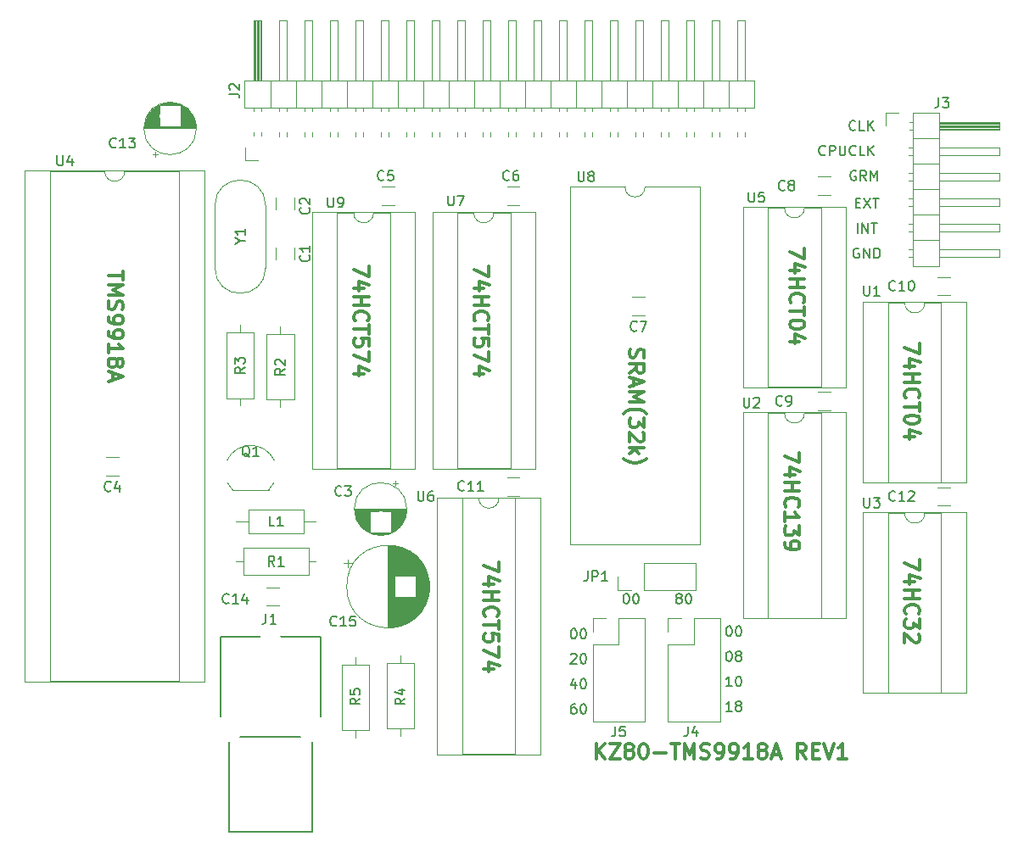
<source format=gto>
G04 #@! TF.GenerationSoftware,KiCad,Pcbnew,(5.0.0-3-g5ebb6b6)*
G04 #@! TF.CreationDate,2019-07-15T21:03:11+09:00*
G04 #@! TF.ProjectId,KZ80-TMS9918A,4B5A38302D544D5339393138412E6B69,rev?*
G04 #@! TF.SameCoordinates,Original*
G04 #@! TF.FileFunction,Legend,Top*
G04 #@! TF.FilePolarity,Positive*
%FSLAX46Y46*%
G04 Gerber Fmt 4.6, Leading zero omitted, Abs format (unit mm)*
G04 Created by KiCad (PCBNEW (5.0.0-3-g5ebb6b6)) date *
%MOMM*%
%LPD*%
G01*
G04 APERTURE LIST*
%ADD10C,0.150000*%
%ADD11C,0.300000*%
%ADD12C,0.120000*%
%ADD13R,2.000000X2.000000*%
%ADD14C,2.000000*%
%ADD15C,2.500000*%
%ADD16O,3.900000X2.700000*%
%ADD17O,2.700000X3.900000*%
%ADD18O,2.000000X2.000000*%
%ADD19R,2.100000X2.100000*%
%ADD20O,2.100000X2.100000*%
%ADD21C,1.900000*%
%ADD22C,3.600000*%
%ADD23R,1.900000X1.900000*%
G04 APERTURE END LIST*
D10*
X186738095Y-72750000D02*
X186642857Y-72702380D01*
X186500000Y-72702380D01*
X186357142Y-72750000D01*
X186261904Y-72845238D01*
X186214285Y-72940476D01*
X186166666Y-73130952D01*
X186166666Y-73273809D01*
X186214285Y-73464285D01*
X186261904Y-73559523D01*
X186357142Y-73654761D01*
X186500000Y-73702380D01*
X186595238Y-73702380D01*
X186738095Y-73654761D01*
X186785714Y-73607142D01*
X186785714Y-73273809D01*
X186595238Y-73273809D01*
X187214285Y-73702380D02*
X187214285Y-72702380D01*
X187785714Y-73702380D01*
X187785714Y-72702380D01*
X188261904Y-73702380D02*
X188261904Y-72702380D01*
X188500000Y-72702380D01*
X188642857Y-72750000D01*
X188738095Y-72845238D01*
X188785714Y-72940476D01*
X188833333Y-73130952D01*
X188833333Y-73273809D01*
X188785714Y-73464285D01*
X188738095Y-73559523D01*
X188642857Y-73654761D01*
X188500000Y-73702380D01*
X188261904Y-73702380D01*
X186595238Y-71202380D02*
X186595238Y-70202380D01*
X187071428Y-71202380D02*
X187071428Y-70202380D01*
X187642857Y-71202380D01*
X187642857Y-70202380D01*
X187976190Y-70202380D02*
X188547619Y-70202380D01*
X188261904Y-71202380D02*
X188261904Y-70202380D01*
X186428571Y-68178571D02*
X186761904Y-68178571D01*
X186904761Y-68702380D02*
X186428571Y-68702380D01*
X186428571Y-67702380D01*
X186904761Y-67702380D01*
X187238095Y-67702380D02*
X187904761Y-68702380D01*
X187904761Y-67702380D02*
X187238095Y-68702380D01*
X188142857Y-67702380D02*
X188714285Y-67702380D01*
X188428571Y-68702380D02*
X188428571Y-67702380D01*
X186440476Y-65000000D02*
X186345238Y-64952380D01*
X186202380Y-64952380D01*
X186059523Y-65000000D01*
X185964285Y-65095238D01*
X185916666Y-65190476D01*
X185869047Y-65380952D01*
X185869047Y-65523809D01*
X185916666Y-65714285D01*
X185964285Y-65809523D01*
X186059523Y-65904761D01*
X186202380Y-65952380D01*
X186297619Y-65952380D01*
X186440476Y-65904761D01*
X186488095Y-65857142D01*
X186488095Y-65523809D01*
X186297619Y-65523809D01*
X187488095Y-65952380D02*
X187154761Y-65476190D01*
X186916666Y-65952380D02*
X186916666Y-64952380D01*
X187297619Y-64952380D01*
X187392857Y-65000000D01*
X187440476Y-65047619D01*
X187488095Y-65142857D01*
X187488095Y-65285714D01*
X187440476Y-65380952D01*
X187392857Y-65428571D01*
X187297619Y-65476190D01*
X186916666Y-65476190D01*
X187916666Y-65952380D02*
X187916666Y-64952380D01*
X188250000Y-65666666D01*
X188583333Y-64952380D01*
X188583333Y-65952380D01*
X183380952Y-63357142D02*
X183333333Y-63404761D01*
X183190476Y-63452380D01*
X183095238Y-63452380D01*
X182952380Y-63404761D01*
X182857142Y-63309523D01*
X182809523Y-63214285D01*
X182761904Y-63023809D01*
X182761904Y-62880952D01*
X182809523Y-62690476D01*
X182857142Y-62595238D01*
X182952380Y-62500000D01*
X183095238Y-62452380D01*
X183190476Y-62452380D01*
X183333333Y-62500000D01*
X183380952Y-62547619D01*
X183809523Y-63452380D02*
X183809523Y-62452380D01*
X184190476Y-62452380D01*
X184285714Y-62500000D01*
X184333333Y-62547619D01*
X184380952Y-62642857D01*
X184380952Y-62785714D01*
X184333333Y-62880952D01*
X184285714Y-62928571D01*
X184190476Y-62976190D01*
X183809523Y-62976190D01*
X184809523Y-62452380D02*
X184809523Y-63261904D01*
X184857142Y-63357142D01*
X184904761Y-63404761D01*
X185000000Y-63452380D01*
X185190476Y-63452380D01*
X185285714Y-63404761D01*
X185333333Y-63357142D01*
X185380952Y-63261904D01*
X185380952Y-62452380D01*
X186428571Y-63357142D02*
X186380952Y-63404761D01*
X186238095Y-63452380D01*
X186142857Y-63452380D01*
X186000000Y-63404761D01*
X185904761Y-63309523D01*
X185857142Y-63214285D01*
X185809523Y-63023809D01*
X185809523Y-62880952D01*
X185857142Y-62690476D01*
X185904761Y-62595238D01*
X186000000Y-62500000D01*
X186142857Y-62452380D01*
X186238095Y-62452380D01*
X186380952Y-62500000D01*
X186428571Y-62547619D01*
X187333333Y-63452380D02*
X186857142Y-63452380D01*
X186857142Y-62452380D01*
X187666666Y-63452380D02*
X187666666Y-62452380D01*
X188238095Y-63452380D02*
X187809523Y-62880952D01*
X188238095Y-62452380D02*
X187666666Y-63023809D01*
X186404761Y-60857142D02*
X186357142Y-60904761D01*
X186214285Y-60952380D01*
X186119047Y-60952380D01*
X185976190Y-60904761D01*
X185880952Y-60809523D01*
X185833333Y-60714285D01*
X185785714Y-60523809D01*
X185785714Y-60380952D01*
X185833333Y-60190476D01*
X185880952Y-60095238D01*
X185976190Y-60000000D01*
X186119047Y-59952380D01*
X186214285Y-59952380D01*
X186357142Y-60000000D01*
X186404761Y-60047619D01*
X187309523Y-60952380D02*
X186833333Y-60952380D01*
X186833333Y-59952380D01*
X187642857Y-60952380D02*
X187642857Y-59952380D01*
X188214285Y-60952380D02*
X187785714Y-60380952D01*
X188214285Y-59952380D02*
X187642857Y-60523809D01*
X174059523Y-118952380D02*
X173488095Y-118952380D01*
X173773809Y-118952380D02*
X173773809Y-117952380D01*
X173678571Y-118095238D01*
X173583333Y-118190476D01*
X173488095Y-118238095D01*
X174630952Y-118380952D02*
X174535714Y-118333333D01*
X174488095Y-118285714D01*
X174440476Y-118190476D01*
X174440476Y-118142857D01*
X174488095Y-118047619D01*
X174535714Y-118000000D01*
X174630952Y-117952380D01*
X174821428Y-117952380D01*
X174916666Y-118000000D01*
X174964285Y-118047619D01*
X175011904Y-118142857D01*
X175011904Y-118190476D01*
X174964285Y-118285714D01*
X174916666Y-118333333D01*
X174821428Y-118380952D01*
X174630952Y-118380952D01*
X174535714Y-118428571D01*
X174488095Y-118476190D01*
X174440476Y-118571428D01*
X174440476Y-118761904D01*
X174488095Y-118857142D01*
X174535714Y-118904761D01*
X174630952Y-118952380D01*
X174821428Y-118952380D01*
X174916666Y-118904761D01*
X174964285Y-118857142D01*
X175011904Y-118761904D01*
X175011904Y-118571428D01*
X174964285Y-118476190D01*
X174916666Y-118428571D01*
X174821428Y-118380952D01*
X174059523Y-116452380D02*
X173488095Y-116452380D01*
X173773809Y-116452380D02*
X173773809Y-115452380D01*
X173678571Y-115595238D01*
X173583333Y-115690476D01*
X173488095Y-115738095D01*
X174678571Y-115452380D02*
X174773809Y-115452380D01*
X174869047Y-115500000D01*
X174916666Y-115547619D01*
X174964285Y-115642857D01*
X175011904Y-115833333D01*
X175011904Y-116071428D01*
X174964285Y-116261904D01*
X174916666Y-116357142D01*
X174869047Y-116404761D01*
X174773809Y-116452380D01*
X174678571Y-116452380D01*
X174583333Y-116404761D01*
X174535714Y-116357142D01*
X174488095Y-116261904D01*
X174440476Y-116071428D01*
X174440476Y-115833333D01*
X174488095Y-115642857D01*
X174535714Y-115547619D01*
X174583333Y-115500000D01*
X174678571Y-115452380D01*
X173726190Y-112952380D02*
X173821428Y-112952380D01*
X173916666Y-113000000D01*
X173964285Y-113047619D01*
X174011904Y-113142857D01*
X174059523Y-113333333D01*
X174059523Y-113571428D01*
X174011904Y-113761904D01*
X173964285Y-113857142D01*
X173916666Y-113904761D01*
X173821428Y-113952380D01*
X173726190Y-113952380D01*
X173630952Y-113904761D01*
X173583333Y-113857142D01*
X173535714Y-113761904D01*
X173488095Y-113571428D01*
X173488095Y-113333333D01*
X173535714Y-113142857D01*
X173583333Y-113047619D01*
X173630952Y-113000000D01*
X173726190Y-112952380D01*
X174630952Y-113380952D02*
X174535714Y-113333333D01*
X174488095Y-113285714D01*
X174440476Y-113190476D01*
X174440476Y-113142857D01*
X174488095Y-113047619D01*
X174535714Y-113000000D01*
X174630952Y-112952380D01*
X174821428Y-112952380D01*
X174916666Y-113000000D01*
X174964285Y-113047619D01*
X175011904Y-113142857D01*
X175011904Y-113190476D01*
X174964285Y-113285714D01*
X174916666Y-113333333D01*
X174821428Y-113380952D01*
X174630952Y-113380952D01*
X174535714Y-113428571D01*
X174488095Y-113476190D01*
X174440476Y-113571428D01*
X174440476Y-113761904D01*
X174488095Y-113857142D01*
X174535714Y-113904761D01*
X174630952Y-113952380D01*
X174821428Y-113952380D01*
X174916666Y-113904761D01*
X174964285Y-113857142D01*
X175011904Y-113761904D01*
X175011904Y-113571428D01*
X174964285Y-113476190D01*
X174916666Y-113428571D01*
X174821428Y-113380952D01*
X173726190Y-110452380D02*
X173821428Y-110452380D01*
X173916666Y-110500000D01*
X173964285Y-110547619D01*
X174011904Y-110642857D01*
X174059523Y-110833333D01*
X174059523Y-111071428D01*
X174011904Y-111261904D01*
X173964285Y-111357142D01*
X173916666Y-111404761D01*
X173821428Y-111452380D01*
X173726190Y-111452380D01*
X173630952Y-111404761D01*
X173583333Y-111357142D01*
X173535714Y-111261904D01*
X173488095Y-111071428D01*
X173488095Y-110833333D01*
X173535714Y-110642857D01*
X173583333Y-110547619D01*
X173630952Y-110500000D01*
X173726190Y-110452380D01*
X174678571Y-110452380D02*
X174773809Y-110452380D01*
X174869047Y-110500000D01*
X174916666Y-110547619D01*
X174964285Y-110642857D01*
X175011904Y-110833333D01*
X175011904Y-111071428D01*
X174964285Y-111261904D01*
X174916666Y-111357142D01*
X174869047Y-111404761D01*
X174773809Y-111452380D01*
X174678571Y-111452380D01*
X174583333Y-111404761D01*
X174535714Y-111357142D01*
X174488095Y-111261904D01*
X174440476Y-111071428D01*
X174440476Y-110833333D01*
X174488095Y-110642857D01*
X174535714Y-110547619D01*
X174583333Y-110500000D01*
X174678571Y-110452380D01*
X158464285Y-118202380D02*
X158273809Y-118202380D01*
X158178571Y-118250000D01*
X158130952Y-118297619D01*
X158035714Y-118440476D01*
X157988095Y-118630952D01*
X157988095Y-119011904D01*
X158035714Y-119107142D01*
X158083333Y-119154761D01*
X158178571Y-119202380D01*
X158369047Y-119202380D01*
X158464285Y-119154761D01*
X158511904Y-119107142D01*
X158559523Y-119011904D01*
X158559523Y-118773809D01*
X158511904Y-118678571D01*
X158464285Y-118630952D01*
X158369047Y-118583333D01*
X158178571Y-118583333D01*
X158083333Y-118630952D01*
X158035714Y-118678571D01*
X157988095Y-118773809D01*
X159178571Y-118202380D02*
X159273809Y-118202380D01*
X159369047Y-118250000D01*
X159416666Y-118297619D01*
X159464285Y-118392857D01*
X159511904Y-118583333D01*
X159511904Y-118821428D01*
X159464285Y-119011904D01*
X159416666Y-119107142D01*
X159369047Y-119154761D01*
X159273809Y-119202380D01*
X159178571Y-119202380D01*
X159083333Y-119154761D01*
X159035714Y-119107142D01*
X158988095Y-119011904D01*
X158940476Y-118821428D01*
X158940476Y-118583333D01*
X158988095Y-118392857D01*
X159035714Y-118297619D01*
X159083333Y-118250000D01*
X159178571Y-118202380D01*
X158464285Y-116035714D02*
X158464285Y-116702380D01*
X158226190Y-115654761D02*
X157988095Y-116369047D01*
X158607142Y-116369047D01*
X159178571Y-115702380D02*
X159273809Y-115702380D01*
X159369047Y-115750000D01*
X159416666Y-115797619D01*
X159464285Y-115892857D01*
X159511904Y-116083333D01*
X159511904Y-116321428D01*
X159464285Y-116511904D01*
X159416666Y-116607142D01*
X159369047Y-116654761D01*
X159273809Y-116702380D01*
X159178571Y-116702380D01*
X159083333Y-116654761D01*
X159035714Y-116607142D01*
X158988095Y-116511904D01*
X158940476Y-116321428D01*
X158940476Y-116083333D01*
X158988095Y-115892857D01*
X159035714Y-115797619D01*
X159083333Y-115750000D01*
X159178571Y-115702380D01*
X157988095Y-113297619D02*
X158035714Y-113250000D01*
X158130952Y-113202380D01*
X158369047Y-113202380D01*
X158464285Y-113250000D01*
X158511904Y-113297619D01*
X158559523Y-113392857D01*
X158559523Y-113488095D01*
X158511904Y-113630952D01*
X157940476Y-114202380D01*
X158559523Y-114202380D01*
X159178571Y-113202380D02*
X159273809Y-113202380D01*
X159369047Y-113250000D01*
X159416666Y-113297619D01*
X159464285Y-113392857D01*
X159511904Y-113583333D01*
X159511904Y-113821428D01*
X159464285Y-114011904D01*
X159416666Y-114107142D01*
X159369047Y-114154761D01*
X159273809Y-114202380D01*
X159178571Y-114202380D01*
X159083333Y-114154761D01*
X159035714Y-114107142D01*
X158988095Y-114011904D01*
X158940476Y-113821428D01*
X158940476Y-113583333D01*
X158988095Y-113392857D01*
X159035714Y-113297619D01*
X159083333Y-113250000D01*
X159178571Y-113202380D01*
X158226190Y-110702380D02*
X158321428Y-110702380D01*
X158416666Y-110750000D01*
X158464285Y-110797619D01*
X158511904Y-110892857D01*
X158559523Y-111083333D01*
X158559523Y-111321428D01*
X158511904Y-111511904D01*
X158464285Y-111607142D01*
X158416666Y-111654761D01*
X158321428Y-111702380D01*
X158226190Y-111702380D01*
X158130952Y-111654761D01*
X158083333Y-111607142D01*
X158035714Y-111511904D01*
X157988095Y-111321428D01*
X157988095Y-111083333D01*
X158035714Y-110892857D01*
X158083333Y-110797619D01*
X158130952Y-110750000D01*
X158226190Y-110702380D01*
X159178571Y-110702380D02*
X159273809Y-110702380D01*
X159369047Y-110750000D01*
X159416666Y-110797619D01*
X159464285Y-110892857D01*
X159511904Y-111083333D01*
X159511904Y-111321428D01*
X159464285Y-111511904D01*
X159416666Y-111607142D01*
X159369047Y-111654761D01*
X159273809Y-111702380D01*
X159178571Y-111702380D01*
X159083333Y-111654761D01*
X159035714Y-111607142D01*
X158988095Y-111511904D01*
X158940476Y-111321428D01*
X158940476Y-111083333D01*
X158988095Y-110892857D01*
X159035714Y-110797619D01*
X159083333Y-110750000D01*
X159178571Y-110702380D01*
X168678571Y-107630952D02*
X168583333Y-107583333D01*
X168535714Y-107535714D01*
X168488095Y-107440476D01*
X168488095Y-107392857D01*
X168535714Y-107297619D01*
X168583333Y-107250000D01*
X168678571Y-107202380D01*
X168869047Y-107202380D01*
X168964285Y-107250000D01*
X169011904Y-107297619D01*
X169059523Y-107392857D01*
X169059523Y-107440476D01*
X169011904Y-107535714D01*
X168964285Y-107583333D01*
X168869047Y-107630952D01*
X168678571Y-107630952D01*
X168583333Y-107678571D01*
X168535714Y-107726190D01*
X168488095Y-107821428D01*
X168488095Y-108011904D01*
X168535714Y-108107142D01*
X168583333Y-108154761D01*
X168678571Y-108202380D01*
X168869047Y-108202380D01*
X168964285Y-108154761D01*
X169011904Y-108107142D01*
X169059523Y-108011904D01*
X169059523Y-107821428D01*
X169011904Y-107726190D01*
X168964285Y-107678571D01*
X168869047Y-107630952D01*
X169678571Y-107202380D02*
X169773809Y-107202380D01*
X169869047Y-107250000D01*
X169916666Y-107297619D01*
X169964285Y-107392857D01*
X170011904Y-107583333D01*
X170011904Y-107821428D01*
X169964285Y-108011904D01*
X169916666Y-108107142D01*
X169869047Y-108154761D01*
X169773809Y-108202380D01*
X169678571Y-108202380D01*
X169583333Y-108154761D01*
X169535714Y-108107142D01*
X169488095Y-108011904D01*
X169440476Y-107821428D01*
X169440476Y-107583333D01*
X169488095Y-107392857D01*
X169535714Y-107297619D01*
X169583333Y-107250000D01*
X169678571Y-107202380D01*
X163476190Y-107202380D02*
X163571428Y-107202380D01*
X163666666Y-107250000D01*
X163714285Y-107297619D01*
X163761904Y-107392857D01*
X163809523Y-107583333D01*
X163809523Y-107821428D01*
X163761904Y-108011904D01*
X163714285Y-108107142D01*
X163666666Y-108154761D01*
X163571428Y-108202380D01*
X163476190Y-108202380D01*
X163380952Y-108154761D01*
X163333333Y-108107142D01*
X163285714Y-108011904D01*
X163238095Y-107821428D01*
X163238095Y-107583333D01*
X163285714Y-107392857D01*
X163333333Y-107297619D01*
X163380952Y-107250000D01*
X163476190Y-107202380D01*
X164428571Y-107202380D02*
X164523809Y-107202380D01*
X164619047Y-107250000D01*
X164666666Y-107297619D01*
X164714285Y-107392857D01*
X164761904Y-107583333D01*
X164761904Y-107821428D01*
X164714285Y-108011904D01*
X164666666Y-108107142D01*
X164619047Y-108154761D01*
X164523809Y-108202380D01*
X164428571Y-108202380D01*
X164333333Y-108154761D01*
X164285714Y-108107142D01*
X164238095Y-108011904D01*
X164190476Y-107821428D01*
X164190476Y-107583333D01*
X164238095Y-107392857D01*
X164285714Y-107297619D01*
X164333333Y-107250000D01*
X164428571Y-107202380D01*
D11*
X160535714Y-123678571D02*
X160535714Y-122178571D01*
X161392857Y-123678571D02*
X160750000Y-122821428D01*
X161392857Y-122178571D02*
X160535714Y-123035714D01*
X161892857Y-122178571D02*
X162892857Y-122178571D01*
X161892857Y-123678571D01*
X162892857Y-123678571D01*
X163678571Y-122821428D02*
X163535714Y-122750000D01*
X163464285Y-122678571D01*
X163392857Y-122535714D01*
X163392857Y-122464285D01*
X163464285Y-122321428D01*
X163535714Y-122250000D01*
X163678571Y-122178571D01*
X163964285Y-122178571D01*
X164107142Y-122250000D01*
X164178571Y-122321428D01*
X164250000Y-122464285D01*
X164250000Y-122535714D01*
X164178571Y-122678571D01*
X164107142Y-122750000D01*
X163964285Y-122821428D01*
X163678571Y-122821428D01*
X163535714Y-122892857D01*
X163464285Y-122964285D01*
X163392857Y-123107142D01*
X163392857Y-123392857D01*
X163464285Y-123535714D01*
X163535714Y-123607142D01*
X163678571Y-123678571D01*
X163964285Y-123678571D01*
X164107142Y-123607142D01*
X164178571Y-123535714D01*
X164250000Y-123392857D01*
X164250000Y-123107142D01*
X164178571Y-122964285D01*
X164107142Y-122892857D01*
X163964285Y-122821428D01*
X165178571Y-122178571D02*
X165321428Y-122178571D01*
X165464285Y-122250000D01*
X165535714Y-122321428D01*
X165607142Y-122464285D01*
X165678571Y-122750000D01*
X165678571Y-123107142D01*
X165607142Y-123392857D01*
X165535714Y-123535714D01*
X165464285Y-123607142D01*
X165321428Y-123678571D01*
X165178571Y-123678571D01*
X165035714Y-123607142D01*
X164964285Y-123535714D01*
X164892857Y-123392857D01*
X164821428Y-123107142D01*
X164821428Y-122750000D01*
X164892857Y-122464285D01*
X164964285Y-122321428D01*
X165035714Y-122250000D01*
X165178571Y-122178571D01*
X166321428Y-123107142D02*
X167464285Y-123107142D01*
X167964285Y-122178571D02*
X168821428Y-122178571D01*
X168392857Y-123678571D02*
X168392857Y-122178571D01*
X169321428Y-123678571D02*
X169321428Y-122178571D01*
X169821428Y-123250000D01*
X170321428Y-122178571D01*
X170321428Y-123678571D01*
X170964285Y-123607142D02*
X171178571Y-123678571D01*
X171535714Y-123678571D01*
X171678571Y-123607142D01*
X171750000Y-123535714D01*
X171821428Y-123392857D01*
X171821428Y-123250000D01*
X171750000Y-123107142D01*
X171678571Y-123035714D01*
X171535714Y-122964285D01*
X171250000Y-122892857D01*
X171107142Y-122821428D01*
X171035714Y-122750000D01*
X170964285Y-122607142D01*
X170964285Y-122464285D01*
X171035714Y-122321428D01*
X171107142Y-122250000D01*
X171250000Y-122178571D01*
X171607142Y-122178571D01*
X171821428Y-122250000D01*
X172535714Y-123678571D02*
X172821428Y-123678571D01*
X172964285Y-123607142D01*
X173035714Y-123535714D01*
X173178571Y-123321428D01*
X173250000Y-123035714D01*
X173250000Y-122464285D01*
X173178571Y-122321428D01*
X173107142Y-122250000D01*
X172964285Y-122178571D01*
X172678571Y-122178571D01*
X172535714Y-122250000D01*
X172464285Y-122321428D01*
X172392857Y-122464285D01*
X172392857Y-122821428D01*
X172464285Y-122964285D01*
X172535714Y-123035714D01*
X172678571Y-123107142D01*
X172964285Y-123107142D01*
X173107142Y-123035714D01*
X173178571Y-122964285D01*
X173250000Y-122821428D01*
X173964285Y-123678571D02*
X174250000Y-123678571D01*
X174392857Y-123607142D01*
X174464285Y-123535714D01*
X174607142Y-123321428D01*
X174678571Y-123035714D01*
X174678571Y-122464285D01*
X174607142Y-122321428D01*
X174535714Y-122250000D01*
X174392857Y-122178571D01*
X174107142Y-122178571D01*
X173964285Y-122250000D01*
X173892857Y-122321428D01*
X173821428Y-122464285D01*
X173821428Y-122821428D01*
X173892857Y-122964285D01*
X173964285Y-123035714D01*
X174107142Y-123107142D01*
X174392857Y-123107142D01*
X174535714Y-123035714D01*
X174607142Y-122964285D01*
X174678571Y-122821428D01*
X176107142Y-123678571D02*
X175250000Y-123678571D01*
X175678571Y-123678571D02*
X175678571Y-122178571D01*
X175535714Y-122392857D01*
X175392857Y-122535714D01*
X175250000Y-122607142D01*
X176964285Y-122821428D02*
X176821428Y-122750000D01*
X176750000Y-122678571D01*
X176678571Y-122535714D01*
X176678571Y-122464285D01*
X176750000Y-122321428D01*
X176821428Y-122250000D01*
X176964285Y-122178571D01*
X177250000Y-122178571D01*
X177392857Y-122250000D01*
X177464285Y-122321428D01*
X177535714Y-122464285D01*
X177535714Y-122535714D01*
X177464285Y-122678571D01*
X177392857Y-122750000D01*
X177250000Y-122821428D01*
X176964285Y-122821428D01*
X176821428Y-122892857D01*
X176750000Y-122964285D01*
X176678571Y-123107142D01*
X176678571Y-123392857D01*
X176750000Y-123535714D01*
X176821428Y-123607142D01*
X176964285Y-123678571D01*
X177250000Y-123678571D01*
X177392857Y-123607142D01*
X177464285Y-123535714D01*
X177535714Y-123392857D01*
X177535714Y-123107142D01*
X177464285Y-122964285D01*
X177392857Y-122892857D01*
X177250000Y-122821428D01*
X178107142Y-123250000D02*
X178821428Y-123250000D01*
X177964285Y-123678571D02*
X178464285Y-122178571D01*
X178964285Y-123678571D01*
X181464285Y-123678571D02*
X180964285Y-122964285D01*
X180607142Y-123678571D02*
X180607142Y-122178571D01*
X181178571Y-122178571D01*
X181321428Y-122250000D01*
X181392857Y-122321428D01*
X181464285Y-122464285D01*
X181464285Y-122678571D01*
X181392857Y-122821428D01*
X181321428Y-122892857D01*
X181178571Y-122964285D01*
X180607142Y-122964285D01*
X182107142Y-122892857D02*
X182607142Y-122892857D01*
X182821428Y-123678571D02*
X182107142Y-123678571D01*
X182107142Y-122178571D01*
X182821428Y-122178571D01*
X183250000Y-122178571D02*
X183750000Y-123678571D01*
X184250000Y-122178571D01*
X185535714Y-123678571D02*
X184678571Y-123678571D01*
X185107142Y-123678571D02*
X185107142Y-122178571D01*
X184964285Y-122392857D01*
X184821428Y-122535714D01*
X184678571Y-122607142D01*
X192821428Y-103821428D02*
X192821428Y-104821428D01*
X191321428Y-104178571D01*
X192321428Y-106035714D02*
X191321428Y-106035714D01*
X192892857Y-105678571D02*
X191821428Y-105321428D01*
X191821428Y-106250000D01*
X191321428Y-106821428D02*
X192821428Y-106821428D01*
X192107142Y-106821428D02*
X192107142Y-107678571D01*
X191321428Y-107678571D02*
X192821428Y-107678571D01*
X191464285Y-109250000D02*
X191392857Y-109178571D01*
X191321428Y-108964285D01*
X191321428Y-108821428D01*
X191392857Y-108607142D01*
X191535714Y-108464285D01*
X191678571Y-108392857D01*
X191964285Y-108321428D01*
X192178571Y-108321428D01*
X192464285Y-108392857D01*
X192607142Y-108464285D01*
X192750000Y-108607142D01*
X192821428Y-108821428D01*
X192821428Y-108964285D01*
X192750000Y-109178571D01*
X192678571Y-109250000D01*
X192821428Y-109750000D02*
X192821428Y-110678571D01*
X192250000Y-110178571D01*
X192250000Y-110392857D01*
X192178571Y-110535714D01*
X192107142Y-110607142D01*
X191964285Y-110678571D01*
X191607142Y-110678571D01*
X191464285Y-110607142D01*
X191392857Y-110535714D01*
X191321428Y-110392857D01*
X191321428Y-109964285D01*
X191392857Y-109821428D01*
X191464285Y-109750000D01*
X192678571Y-111250000D02*
X192750000Y-111321428D01*
X192821428Y-111464285D01*
X192821428Y-111821428D01*
X192750000Y-111964285D01*
X192678571Y-112035714D01*
X192535714Y-112107142D01*
X192392857Y-112107142D01*
X192178571Y-112035714D01*
X191321428Y-111178571D01*
X191321428Y-112107142D01*
X180821428Y-93107142D02*
X180821428Y-94107142D01*
X179321428Y-93464285D01*
X180321428Y-95321428D02*
X179321428Y-95321428D01*
X180892857Y-94964285D02*
X179821428Y-94607142D01*
X179821428Y-95535714D01*
X179321428Y-96107142D02*
X180821428Y-96107142D01*
X180107142Y-96107142D02*
X180107142Y-96964285D01*
X179321428Y-96964285D02*
X180821428Y-96964285D01*
X179464285Y-98535714D02*
X179392857Y-98464285D01*
X179321428Y-98250000D01*
X179321428Y-98107142D01*
X179392857Y-97892857D01*
X179535714Y-97750000D01*
X179678571Y-97678571D01*
X179964285Y-97607142D01*
X180178571Y-97607142D01*
X180464285Y-97678571D01*
X180607142Y-97750000D01*
X180750000Y-97892857D01*
X180821428Y-98107142D01*
X180821428Y-98250000D01*
X180750000Y-98464285D01*
X180678571Y-98535714D01*
X179321428Y-99964285D02*
X179321428Y-99107142D01*
X179321428Y-99535714D02*
X180821428Y-99535714D01*
X180607142Y-99392857D01*
X180464285Y-99250000D01*
X180392857Y-99107142D01*
X180821428Y-100464285D02*
X180821428Y-101392857D01*
X180250000Y-100892857D01*
X180250000Y-101107142D01*
X180178571Y-101250000D01*
X180107142Y-101321428D01*
X179964285Y-101392857D01*
X179607142Y-101392857D01*
X179464285Y-101321428D01*
X179392857Y-101250000D01*
X179321428Y-101107142D01*
X179321428Y-100678571D01*
X179392857Y-100535714D01*
X179464285Y-100464285D01*
X179321428Y-102107142D02*
X179321428Y-102392857D01*
X179392857Y-102535714D01*
X179464285Y-102607142D01*
X179678571Y-102750000D01*
X179964285Y-102821428D01*
X180535714Y-102821428D01*
X180678571Y-102750000D01*
X180750000Y-102678571D01*
X180821428Y-102535714D01*
X180821428Y-102250000D01*
X180750000Y-102107142D01*
X180678571Y-102035714D01*
X180535714Y-101964285D01*
X180178571Y-101964285D01*
X180035714Y-102035714D01*
X179964285Y-102107142D01*
X179892857Y-102250000D01*
X179892857Y-102535714D01*
X179964285Y-102678571D01*
X180035714Y-102750000D01*
X180178571Y-102821428D01*
X192821428Y-82250000D02*
X192821428Y-83250000D01*
X191321428Y-82607142D01*
X192321428Y-84464285D02*
X191321428Y-84464285D01*
X192892857Y-84107142D02*
X191821428Y-83750000D01*
X191821428Y-84678571D01*
X191321428Y-85250000D02*
X192821428Y-85250000D01*
X192107142Y-85250000D02*
X192107142Y-86107142D01*
X191321428Y-86107142D02*
X192821428Y-86107142D01*
X191464285Y-87678571D02*
X191392857Y-87607142D01*
X191321428Y-87392857D01*
X191321428Y-87250000D01*
X191392857Y-87035714D01*
X191535714Y-86892857D01*
X191678571Y-86821428D01*
X191964285Y-86750000D01*
X192178571Y-86750000D01*
X192464285Y-86821428D01*
X192607142Y-86892857D01*
X192750000Y-87035714D01*
X192821428Y-87250000D01*
X192821428Y-87392857D01*
X192750000Y-87607142D01*
X192678571Y-87678571D01*
X192821428Y-88107142D02*
X192821428Y-88964285D01*
X191321428Y-88535714D02*
X192821428Y-88535714D01*
X192821428Y-89750000D02*
X192821428Y-89892857D01*
X192750000Y-90035714D01*
X192678571Y-90107142D01*
X192535714Y-90178571D01*
X192250000Y-90250000D01*
X191892857Y-90250000D01*
X191607142Y-90178571D01*
X191464285Y-90107142D01*
X191392857Y-90035714D01*
X191321428Y-89892857D01*
X191321428Y-89750000D01*
X191392857Y-89607142D01*
X191464285Y-89535714D01*
X191607142Y-89464285D01*
X191892857Y-89392857D01*
X192250000Y-89392857D01*
X192535714Y-89464285D01*
X192678571Y-89535714D01*
X192750000Y-89607142D01*
X192821428Y-89750000D01*
X192321428Y-91535714D02*
X191321428Y-91535714D01*
X192892857Y-91178571D02*
X191821428Y-90821428D01*
X191821428Y-91750000D01*
X181321428Y-72750000D02*
X181321428Y-73750000D01*
X179821428Y-73107142D01*
X180821428Y-74964285D02*
X179821428Y-74964285D01*
X181392857Y-74607142D02*
X180321428Y-74250000D01*
X180321428Y-75178571D01*
X179821428Y-75750000D02*
X181321428Y-75750000D01*
X180607142Y-75750000D02*
X180607142Y-76607142D01*
X179821428Y-76607142D02*
X181321428Y-76607142D01*
X179964285Y-78178571D02*
X179892857Y-78107142D01*
X179821428Y-77892857D01*
X179821428Y-77750000D01*
X179892857Y-77535714D01*
X180035714Y-77392857D01*
X180178571Y-77321428D01*
X180464285Y-77250000D01*
X180678571Y-77250000D01*
X180964285Y-77321428D01*
X181107142Y-77392857D01*
X181250000Y-77535714D01*
X181321428Y-77750000D01*
X181321428Y-77892857D01*
X181250000Y-78107142D01*
X181178571Y-78178571D01*
X181321428Y-78607142D02*
X181321428Y-79464285D01*
X179821428Y-79035714D02*
X181321428Y-79035714D01*
X181321428Y-80250000D02*
X181321428Y-80392857D01*
X181250000Y-80535714D01*
X181178571Y-80607142D01*
X181035714Y-80678571D01*
X180750000Y-80750000D01*
X180392857Y-80750000D01*
X180107142Y-80678571D01*
X179964285Y-80607142D01*
X179892857Y-80535714D01*
X179821428Y-80392857D01*
X179821428Y-80250000D01*
X179892857Y-80107142D01*
X179964285Y-80035714D01*
X180107142Y-79964285D01*
X180392857Y-79892857D01*
X180750000Y-79892857D01*
X181035714Y-79964285D01*
X181178571Y-80035714D01*
X181250000Y-80107142D01*
X181321428Y-80250000D01*
X180821428Y-82035714D02*
X179821428Y-82035714D01*
X181392857Y-81678571D02*
X180321428Y-81321428D01*
X180321428Y-82250000D01*
X163892857Y-82785714D02*
X163821428Y-83000000D01*
X163821428Y-83357142D01*
X163892857Y-83500000D01*
X163964285Y-83571428D01*
X164107142Y-83642857D01*
X164250000Y-83642857D01*
X164392857Y-83571428D01*
X164464285Y-83500000D01*
X164535714Y-83357142D01*
X164607142Y-83071428D01*
X164678571Y-82928571D01*
X164750000Y-82857142D01*
X164892857Y-82785714D01*
X165035714Y-82785714D01*
X165178571Y-82857142D01*
X165250000Y-82928571D01*
X165321428Y-83071428D01*
X165321428Y-83428571D01*
X165250000Y-83642857D01*
X163821428Y-85142857D02*
X164535714Y-84642857D01*
X163821428Y-84285714D02*
X165321428Y-84285714D01*
X165321428Y-84857142D01*
X165250000Y-85000000D01*
X165178571Y-85071428D01*
X165035714Y-85142857D01*
X164821428Y-85142857D01*
X164678571Y-85071428D01*
X164607142Y-85000000D01*
X164535714Y-84857142D01*
X164535714Y-84285714D01*
X164250000Y-85714285D02*
X164250000Y-86428571D01*
X163821428Y-85571428D02*
X165321428Y-86071428D01*
X163821428Y-86571428D01*
X163821428Y-87071428D02*
X165321428Y-87071428D01*
X164250000Y-87571428D01*
X165321428Y-88071428D01*
X163821428Y-88071428D01*
X163250000Y-89214285D02*
X163321428Y-89142857D01*
X163535714Y-89000000D01*
X163678571Y-88928571D01*
X163892857Y-88857142D01*
X164250000Y-88785714D01*
X164535714Y-88785714D01*
X164892857Y-88857142D01*
X165107142Y-88928571D01*
X165250000Y-89000000D01*
X165464285Y-89142857D01*
X165535714Y-89214285D01*
X165321428Y-89642857D02*
X165321428Y-90571428D01*
X164750000Y-90071428D01*
X164750000Y-90285714D01*
X164678571Y-90428571D01*
X164607142Y-90500000D01*
X164464285Y-90571428D01*
X164107142Y-90571428D01*
X163964285Y-90500000D01*
X163892857Y-90428571D01*
X163821428Y-90285714D01*
X163821428Y-89857142D01*
X163892857Y-89714285D01*
X163964285Y-89642857D01*
X165178571Y-91142857D02*
X165250000Y-91214285D01*
X165321428Y-91357142D01*
X165321428Y-91714285D01*
X165250000Y-91857142D01*
X165178571Y-91928571D01*
X165035714Y-92000000D01*
X164892857Y-92000000D01*
X164678571Y-91928571D01*
X163821428Y-91071428D01*
X163821428Y-92000000D01*
X163821428Y-92642857D02*
X165321428Y-92642857D01*
X164392857Y-92785714D02*
X163821428Y-93214285D01*
X164821428Y-93214285D02*
X164250000Y-92642857D01*
X163250000Y-93714285D02*
X163321428Y-93785714D01*
X163535714Y-93928571D01*
X163678571Y-94000000D01*
X163892857Y-94071428D01*
X164250000Y-94142857D01*
X164535714Y-94142857D01*
X164892857Y-94071428D01*
X165107142Y-94000000D01*
X165250000Y-93928571D01*
X165464285Y-93785714D01*
X165535714Y-93714285D01*
X150821428Y-104035714D02*
X150821428Y-105035714D01*
X149321428Y-104392857D01*
X150321428Y-106250000D02*
X149321428Y-106250000D01*
X150892857Y-105892857D02*
X149821428Y-105535714D01*
X149821428Y-106464285D01*
X149321428Y-107035714D02*
X150821428Y-107035714D01*
X150107142Y-107035714D02*
X150107142Y-107892857D01*
X149321428Y-107892857D02*
X150821428Y-107892857D01*
X149464285Y-109464285D02*
X149392857Y-109392857D01*
X149321428Y-109178571D01*
X149321428Y-109035714D01*
X149392857Y-108821428D01*
X149535714Y-108678571D01*
X149678571Y-108607142D01*
X149964285Y-108535714D01*
X150178571Y-108535714D01*
X150464285Y-108607142D01*
X150607142Y-108678571D01*
X150750000Y-108821428D01*
X150821428Y-109035714D01*
X150821428Y-109178571D01*
X150750000Y-109392857D01*
X150678571Y-109464285D01*
X150821428Y-109892857D02*
X150821428Y-110750000D01*
X149321428Y-110321428D02*
X150821428Y-110321428D01*
X150821428Y-111964285D02*
X150821428Y-111250000D01*
X150107142Y-111178571D01*
X150178571Y-111250000D01*
X150250000Y-111392857D01*
X150250000Y-111750000D01*
X150178571Y-111892857D01*
X150107142Y-111964285D01*
X149964285Y-112035714D01*
X149607142Y-112035714D01*
X149464285Y-111964285D01*
X149392857Y-111892857D01*
X149321428Y-111750000D01*
X149321428Y-111392857D01*
X149392857Y-111250000D01*
X149464285Y-111178571D01*
X150821428Y-112535714D02*
X150821428Y-113535714D01*
X149321428Y-112892857D01*
X150321428Y-114750000D02*
X149321428Y-114750000D01*
X150892857Y-114392857D02*
X149821428Y-114035714D01*
X149821428Y-114964285D01*
X149821428Y-74535714D02*
X149821428Y-75535714D01*
X148321428Y-74892857D01*
X149321428Y-76750000D02*
X148321428Y-76750000D01*
X149892857Y-76392857D02*
X148821428Y-76035714D01*
X148821428Y-76964285D01*
X148321428Y-77535714D02*
X149821428Y-77535714D01*
X149107142Y-77535714D02*
X149107142Y-78392857D01*
X148321428Y-78392857D02*
X149821428Y-78392857D01*
X148464285Y-79964285D02*
X148392857Y-79892857D01*
X148321428Y-79678571D01*
X148321428Y-79535714D01*
X148392857Y-79321428D01*
X148535714Y-79178571D01*
X148678571Y-79107142D01*
X148964285Y-79035714D01*
X149178571Y-79035714D01*
X149464285Y-79107142D01*
X149607142Y-79178571D01*
X149750000Y-79321428D01*
X149821428Y-79535714D01*
X149821428Y-79678571D01*
X149750000Y-79892857D01*
X149678571Y-79964285D01*
X149821428Y-80392857D02*
X149821428Y-81250000D01*
X148321428Y-80821428D02*
X149821428Y-80821428D01*
X149821428Y-82464285D02*
X149821428Y-81750000D01*
X149107142Y-81678571D01*
X149178571Y-81750000D01*
X149250000Y-81892857D01*
X149250000Y-82250000D01*
X149178571Y-82392857D01*
X149107142Y-82464285D01*
X148964285Y-82535714D01*
X148607142Y-82535714D01*
X148464285Y-82464285D01*
X148392857Y-82392857D01*
X148321428Y-82250000D01*
X148321428Y-81892857D01*
X148392857Y-81750000D01*
X148464285Y-81678571D01*
X149821428Y-83035714D02*
X149821428Y-84035714D01*
X148321428Y-83392857D01*
X149321428Y-85250000D02*
X148321428Y-85250000D01*
X149892857Y-84892857D02*
X148821428Y-84535714D01*
X148821428Y-85464285D01*
X137821428Y-74535714D02*
X137821428Y-75535714D01*
X136321428Y-74892857D01*
X137321428Y-76750000D02*
X136321428Y-76750000D01*
X137892857Y-76392857D02*
X136821428Y-76035714D01*
X136821428Y-76964285D01*
X136321428Y-77535714D02*
X137821428Y-77535714D01*
X137107142Y-77535714D02*
X137107142Y-78392857D01*
X136321428Y-78392857D02*
X137821428Y-78392857D01*
X136464285Y-79964285D02*
X136392857Y-79892857D01*
X136321428Y-79678571D01*
X136321428Y-79535714D01*
X136392857Y-79321428D01*
X136535714Y-79178571D01*
X136678571Y-79107142D01*
X136964285Y-79035714D01*
X137178571Y-79035714D01*
X137464285Y-79107142D01*
X137607142Y-79178571D01*
X137750000Y-79321428D01*
X137821428Y-79535714D01*
X137821428Y-79678571D01*
X137750000Y-79892857D01*
X137678571Y-79964285D01*
X137821428Y-80392857D02*
X137821428Y-81250000D01*
X136321428Y-80821428D02*
X137821428Y-80821428D01*
X137821428Y-82464285D02*
X137821428Y-81750000D01*
X137107142Y-81678571D01*
X137178571Y-81750000D01*
X137250000Y-81892857D01*
X137250000Y-82250000D01*
X137178571Y-82392857D01*
X137107142Y-82464285D01*
X136964285Y-82535714D01*
X136607142Y-82535714D01*
X136464285Y-82464285D01*
X136392857Y-82392857D01*
X136321428Y-82250000D01*
X136321428Y-81892857D01*
X136392857Y-81750000D01*
X136464285Y-81678571D01*
X137821428Y-83035714D02*
X137821428Y-84035714D01*
X136321428Y-83392857D01*
X137321428Y-85250000D02*
X136321428Y-85250000D01*
X137892857Y-84892857D02*
X136821428Y-84535714D01*
X136821428Y-85464285D01*
X113321428Y-75000000D02*
X113321428Y-75857142D01*
X111821428Y-75428571D02*
X113321428Y-75428571D01*
X111821428Y-76357142D02*
X113321428Y-76357142D01*
X112250000Y-76857142D01*
X113321428Y-77357142D01*
X111821428Y-77357142D01*
X111892857Y-78000000D02*
X111821428Y-78214285D01*
X111821428Y-78571428D01*
X111892857Y-78714285D01*
X111964285Y-78785714D01*
X112107142Y-78857142D01*
X112250000Y-78857142D01*
X112392857Y-78785714D01*
X112464285Y-78714285D01*
X112535714Y-78571428D01*
X112607142Y-78285714D01*
X112678571Y-78142857D01*
X112750000Y-78071428D01*
X112892857Y-78000000D01*
X113035714Y-78000000D01*
X113178571Y-78071428D01*
X113250000Y-78142857D01*
X113321428Y-78285714D01*
X113321428Y-78642857D01*
X113250000Y-78857142D01*
X111821428Y-79571428D02*
X111821428Y-79857142D01*
X111892857Y-80000000D01*
X111964285Y-80071428D01*
X112178571Y-80214285D01*
X112464285Y-80285714D01*
X113035714Y-80285714D01*
X113178571Y-80214285D01*
X113250000Y-80142857D01*
X113321428Y-80000000D01*
X113321428Y-79714285D01*
X113250000Y-79571428D01*
X113178571Y-79500000D01*
X113035714Y-79428571D01*
X112678571Y-79428571D01*
X112535714Y-79500000D01*
X112464285Y-79571428D01*
X112392857Y-79714285D01*
X112392857Y-80000000D01*
X112464285Y-80142857D01*
X112535714Y-80214285D01*
X112678571Y-80285714D01*
X111821428Y-81000000D02*
X111821428Y-81285714D01*
X111892857Y-81428571D01*
X111964285Y-81500000D01*
X112178571Y-81642857D01*
X112464285Y-81714285D01*
X113035714Y-81714285D01*
X113178571Y-81642857D01*
X113250000Y-81571428D01*
X113321428Y-81428571D01*
X113321428Y-81142857D01*
X113250000Y-81000000D01*
X113178571Y-80928571D01*
X113035714Y-80857142D01*
X112678571Y-80857142D01*
X112535714Y-80928571D01*
X112464285Y-81000000D01*
X112392857Y-81142857D01*
X112392857Y-81428571D01*
X112464285Y-81571428D01*
X112535714Y-81642857D01*
X112678571Y-81714285D01*
X111821428Y-83142857D02*
X111821428Y-82285714D01*
X111821428Y-82714285D02*
X113321428Y-82714285D01*
X113107142Y-82571428D01*
X112964285Y-82428571D01*
X112892857Y-82285714D01*
X112678571Y-84000000D02*
X112750000Y-83857142D01*
X112821428Y-83785714D01*
X112964285Y-83714285D01*
X113035714Y-83714285D01*
X113178571Y-83785714D01*
X113250000Y-83857142D01*
X113321428Y-84000000D01*
X113321428Y-84285714D01*
X113250000Y-84428571D01*
X113178571Y-84500000D01*
X113035714Y-84571428D01*
X112964285Y-84571428D01*
X112821428Y-84500000D01*
X112750000Y-84428571D01*
X112678571Y-84285714D01*
X112678571Y-84000000D01*
X112607142Y-83857142D01*
X112535714Y-83785714D01*
X112392857Y-83714285D01*
X112107142Y-83714285D01*
X111964285Y-83785714D01*
X111892857Y-83857142D01*
X111821428Y-84000000D01*
X111821428Y-84285714D01*
X111892857Y-84428571D01*
X111964285Y-84500000D01*
X112107142Y-84571428D01*
X112392857Y-84571428D01*
X112535714Y-84500000D01*
X112607142Y-84428571D01*
X112678571Y-84285714D01*
X112250000Y-85142857D02*
X112250000Y-85857142D01*
X111821428Y-85000000D02*
X113321428Y-85500000D01*
X111821428Y-86000000D01*
D12*
G04 #@! TO.C,C3*
X141620000Y-98750000D02*
G75*
G03X141620000Y-98750000I-2620000J0D01*
G01*
X141580000Y-98750000D02*
X136420000Y-98750000D01*
X141580000Y-98790000D02*
X136420000Y-98790000D01*
X141579000Y-98830000D02*
X136421000Y-98830000D01*
X141578000Y-98870000D02*
X136422000Y-98870000D01*
X141576000Y-98910000D02*
X136424000Y-98910000D01*
X141573000Y-98950000D02*
X136427000Y-98950000D01*
X141569000Y-98990000D02*
X140040000Y-98990000D01*
X137960000Y-98990000D02*
X136431000Y-98990000D01*
X141565000Y-99030000D02*
X140040000Y-99030000D01*
X137960000Y-99030000D02*
X136435000Y-99030000D01*
X141561000Y-99070000D02*
X140040000Y-99070000D01*
X137960000Y-99070000D02*
X136439000Y-99070000D01*
X141556000Y-99110000D02*
X140040000Y-99110000D01*
X137960000Y-99110000D02*
X136444000Y-99110000D01*
X141550000Y-99150000D02*
X140040000Y-99150000D01*
X137960000Y-99150000D02*
X136450000Y-99150000D01*
X141543000Y-99190000D02*
X140040000Y-99190000D01*
X137960000Y-99190000D02*
X136457000Y-99190000D01*
X141536000Y-99230000D02*
X140040000Y-99230000D01*
X137960000Y-99230000D02*
X136464000Y-99230000D01*
X141528000Y-99270000D02*
X140040000Y-99270000D01*
X137960000Y-99270000D02*
X136472000Y-99270000D01*
X141520000Y-99310000D02*
X140040000Y-99310000D01*
X137960000Y-99310000D02*
X136480000Y-99310000D01*
X141511000Y-99350000D02*
X140040000Y-99350000D01*
X137960000Y-99350000D02*
X136489000Y-99350000D01*
X141501000Y-99390000D02*
X140040000Y-99390000D01*
X137960000Y-99390000D02*
X136499000Y-99390000D01*
X141491000Y-99430000D02*
X140040000Y-99430000D01*
X137960000Y-99430000D02*
X136509000Y-99430000D01*
X141480000Y-99471000D02*
X140040000Y-99471000D01*
X137960000Y-99471000D02*
X136520000Y-99471000D01*
X141468000Y-99511000D02*
X140040000Y-99511000D01*
X137960000Y-99511000D02*
X136532000Y-99511000D01*
X141455000Y-99551000D02*
X140040000Y-99551000D01*
X137960000Y-99551000D02*
X136545000Y-99551000D01*
X141442000Y-99591000D02*
X140040000Y-99591000D01*
X137960000Y-99591000D02*
X136558000Y-99591000D01*
X141428000Y-99631000D02*
X140040000Y-99631000D01*
X137960000Y-99631000D02*
X136572000Y-99631000D01*
X141414000Y-99671000D02*
X140040000Y-99671000D01*
X137960000Y-99671000D02*
X136586000Y-99671000D01*
X141398000Y-99711000D02*
X140040000Y-99711000D01*
X137960000Y-99711000D02*
X136602000Y-99711000D01*
X141382000Y-99751000D02*
X140040000Y-99751000D01*
X137960000Y-99751000D02*
X136618000Y-99751000D01*
X141365000Y-99791000D02*
X140040000Y-99791000D01*
X137960000Y-99791000D02*
X136635000Y-99791000D01*
X141348000Y-99831000D02*
X140040000Y-99831000D01*
X137960000Y-99831000D02*
X136652000Y-99831000D01*
X141329000Y-99871000D02*
X140040000Y-99871000D01*
X137960000Y-99871000D02*
X136671000Y-99871000D01*
X141310000Y-99911000D02*
X140040000Y-99911000D01*
X137960000Y-99911000D02*
X136690000Y-99911000D01*
X141290000Y-99951000D02*
X140040000Y-99951000D01*
X137960000Y-99951000D02*
X136710000Y-99951000D01*
X141268000Y-99991000D02*
X140040000Y-99991000D01*
X137960000Y-99991000D02*
X136732000Y-99991000D01*
X141247000Y-100031000D02*
X140040000Y-100031000D01*
X137960000Y-100031000D02*
X136753000Y-100031000D01*
X141224000Y-100071000D02*
X140040000Y-100071000D01*
X137960000Y-100071000D02*
X136776000Y-100071000D01*
X141200000Y-100111000D02*
X140040000Y-100111000D01*
X137960000Y-100111000D02*
X136800000Y-100111000D01*
X141175000Y-100151000D02*
X140040000Y-100151000D01*
X137960000Y-100151000D02*
X136825000Y-100151000D01*
X141149000Y-100191000D02*
X140040000Y-100191000D01*
X137960000Y-100191000D02*
X136851000Y-100191000D01*
X141122000Y-100231000D02*
X140040000Y-100231000D01*
X137960000Y-100231000D02*
X136878000Y-100231000D01*
X141095000Y-100271000D02*
X140040000Y-100271000D01*
X137960000Y-100271000D02*
X136905000Y-100271000D01*
X141065000Y-100311000D02*
X140040000Y-100311000D01*
X137960000Y-100311000D02*
X136935000Y-100311000D01*
X141035000Y-100351000D02*
X140040000Y-100351000D01*
X137960000Y-100351000D02*
X136965000Y-100351000D01*
X141004000Y-100391000D02*
X140040000Y-100391000D01*
X137960000Y-100391000D02*
X136996000Y-100391000D01*
X140971000Y-100431000D02*
X140040000Y-100431000D01*
X137960000Y-100431000D02*
X137029000Y-100431000D01*
X140937000Y-100471000D02*
X140040000Y-100471000D01*
X137960000Y-100471000D02*
X137063000Y-100471000D01*
X140901000Y-100511000D02*
X140040000Y-100511000D01*
X137960000Y-100511000D02*
X137099000Y-100511000D01*
X140864000Y-100551000D02*
X140040000Y-100551000D01*
X137960000Y-100551000D02*
X137136000Y-100551000D01*
X140826000Y-100591000D02*
X140040000Y-100591000D01*
X137960000Y-100591000D02*
X137174000Y-100591000D01*
X140785000Y-100631000D02*
X140040000Y-100631000D01*
X137960000Y-100631000D02*
X137215000Y-100631000D01*
X140743000Y-100671000D02*
X140040000Y-100671000D01*
X137960000Y-100671000D02*
X137257000Y-100671000D01*
X140699000Y-100711000D02*
X140040000Y-100711000D01*
X137960000Y-100711000D02*
X137301000Y-100711000D01*
X140653000Y-100751000D02*
X140040000Y-100751000D01*
X137960000Y-100751000D02*
X137347000Y-100751000D01*
X140605000Y-100791000D02*
X140040000Y-100791000D01*
X137960000Y-100791000D02*
X137395000Y-100791000D01*
X140554000Y-100831000D02*
X140040000Y-100831000D01*
X137960000Y-100831000D02*
X137446000Y-100831000D01*
X140500000Y-100871000D02*
X140040000Y-100871000D01*
X137960000Y-100871000D02*
X137500000Y-100871000D01*
X140443000Y-100911000D02*
X140040000Y-100911000D01*
X137960000Y-100911000D02*
X137557000Y-100911000D01*
X140383000Y-100951000D02*
X140040000Y-100951000D01*
X137960000Y-100951000D02*
X137617000Y-100951000D01*
X140319000Y-100991000D02*
X140040000Y-100991000D01*
X137960000Y-100991000D02*
X137681000Y-100991000D01*
X140251000Y-101031000D02*
X140040000Y-101031000D01*
X137960000Y-101031000D02*
X137749000Y-101031000D01*
X140178000Y-101071000D02*
X137822000Y-101071000D01*
X140098000Y-101111000D02*
X137902000Y-101111000D01*
X140011000Y-101151000D02*
X137989000Y-101151000D01*
X139915000Y-101191000D02*
X138085000Y-101191000D01*
X139805000Y-101231000D02*
X138195000Y-101231000D01*
X139677000Y-101271000D02*
X138323000Y-101271000D01*
X139518000Y-101311000D02*
X138482000Y-101311000D01*
X139284000Y-101351000D02*
X138716000Y-101351000D01*
X140475000Y-95945225D02*
X140475000Y-96445225D01*
X140725000Y-96195225D02*
X140225000Y-96195225D01*
G04 #@! TO.C,C15*
X143870000Y-106500000D02*
G75*
G03X143870000Y-106500000I-4120000J0D01*
G01*
X139750000Y-102420000D02*
X139750000Y-110580000D01*
X139790000Y-102420000D02*
X139790000Y-110580000D01*
X139830000Y-102420000D02*
X139830000Y-110580000D01*
X139870000Y-102421000D02*
X139870000Y-110579000D01*
X139910000Y-102423000D02*
X139910000Y-110577000D01*
X139950000Y-102424000D02*
X139950000Y-110576000D01*
X139990000Y-102426000D02*
X139990000Y-110574000D01*
X140030000Y-102429000D02*
X140030000Y-110571000D01*
X140070000Y-102432000D02*
X140070000Y-110568000D01*
X140110000Y-102435000D02*
X140110000Y-110565000D01*
X140150000Y-102439000D02*
X140150000Y-110561000D01*
X140190000Y-102443000D02*
X140190000Y-110557000D01*
X140230000Y-102448000D02*
X140230000Y-110552000D01*
X140270000Y-102452000D02*
X140270000Y-110548000D01*
X140310000Y-102458000D02*
X140310000Y-110542000D01*
X140350000Y-102463000D02*
X140350000Y-110537000D01*
X140390000Y-102470000D02*
X140390000Y-110530000D01*
X140430000Y-102476000D02*
X140430000Y-110524000D01*
X140471000Y-102483000D02*
X140471000Y-105460000D01*
X140471000Y-107540000D02*
X140471000Y-110517000D01*
X140511000Y-102490000D02*
X140511000Y-105460000D01*
X140511000Y-107540000D02*
X140511000Y-110510000D01*
X140551000Y-102498000D02*
X140551000Y-105460000D01*
X140551000Y-107540000D02*
X140551000Y-110502000D01*
X140591000Y-102506000D02*
X140591000Y-105460000D01*
X140591000Y-107540000D02*
X140591000Y-110494000D01*
X140631000Y-102515000D02*
X140631000Y-105460000D01*
X140631000Y-107540000D02*
X140631000Y-110485000D01*
X140671000Y-102524000D02*
X140671000Y-105460000D01*
X140671000Y-107540000D02*
X140671000Y-110476000D01*
X140711000Y-102533000D02*
X140711000Y-105460000D01*
X140711000Y-107540000D02*
X140711000Y-110467000D01*
X140751000Y-102543000D02*
X140751000Y-105460000D01*
X140751000Y-107540000D02*
X140751000Y-110457000D01*
X140791000Y-102553000D02*
X140791000Y-105460000D01*
X140791000Y-107540000D02*
X140791000Y-110447000D01*
X140831000Y-102564000D02*
X140831000Y-105460000D01*
X140831000Y-107540000D02*
X140831000Y-110436000D01*
X140871000Y-102575000D02*
X140871000Y-105460000D01*
X140871000Y-107540000D02*
X140871000Y-110425000D01*
X140911000Y-102586000D02*
X140911000Y-105460000D01*
X140911000Y-107540000D02*
X140911000Y-110414000D01*
X140951000Y-102598000D02*
X140951000Y-105460000D01*
X140951000Y-107540000D02*
X140951000Y-110402000D01*
X140991000Y-102611000D02*
X140991000Y-105460000D01*
X140991000Y-107540000D02*
X140991000Y-110389000D01*
X141031000Y-102623000D02*
X141031000Y-105460000D01*
X141031000Y-107540000D02*
X141031000Y-110377000D01*
X141071000Y-102637000D02*
X141071000Y-105460000D01*
X141071000Y-107540000D02*
X141071000Y-110363000D01*
X141111000Y-102650000D02*
X141111000Y-105460000D01*
X141111000Y-107540000D02*
X141111000Y-110350000D01*
X141151000Y-102665000D02*
X141151000Y-105460000D01*
X141151000Y-107540000D02*
X141151000Y-110335000D01*
X141191000Y-102679000D02*
X141191000Y-105460000D01*
X141191000Y-107540000D02*
X141191000Y-110321000D01*
X141231000Y-102695000D02*
X141231000Y-105460000D01*
X141231000Y-107540000D02*
X141231000Y-110305000D01*
X141271000Y-102710000D02*
X141271000Y-105460000D01*
X141271000Y-107540000D02*
X141271000Y-110290000D01*
X141311000Y-102726000D02*
X141311000Y-105460000D01*
X141311000Y-107540000D02*
X141311000Y-110274000D01*
X141351000Y-102743000D02*
X141351000Y-105460000D01*
X141351000Y-107540000D02*
X141351000Y-110257000D01*
X141391000Y-102760000D02*
X141391000Y-105460000D01*
X141391000Y-107540000D02*
X141391000Y-110240000D01*
X141431000Y-102778000D02*
X141431000Y-105460000D01*
X141431000Y-107540000D02*
X141431000Y-110222000D01*
X141471000Y-102796000D02*
X141471000Y-105460000D01*
X141471000Y-107540000D02*
X141471000Y-110204000D01*
X141511000Y-102814000D02*
X141511000Y-105460000D01*
X141511000Y-107540000D02*
X141511000Y-110186000D01*
X141551000Y-102834000D02*
X141551000Y-105460000D01*
X141551000Y-107540000D02*
X141551000Y-110166000D01*
X141591000Y-102853000D02*
X141591000Y-105460000D01*
X141591000Y-107540000D02*
X141591000Y-110147000D01*
X141631000Y-102873000D02*
X141631000Y-105460000D01*
X141631000Y-107540000D02*
X141631000Y-110127000D01*
X141671000Y-102894000D02*
X141671000Y-105460000D01*
X141671000Y-107540000D02*
X141671000Y-110106000D01*
X141711000Y-102916000D02*
X141711000Y-105460000D01*
X141711000Y-107540000D02*
X141711000Y-110084000D01*
X141751000Y-102938000D02*
X141751000Y-105460000D01*
X141751000Y-107540000D02*
X141751000Y-110062000D01*
X141791000Y-102960000D02*
X141791000Y-105460000D01*
X141791000Y-107540000D02*
X141791000Y-110040000D01*
X141831000Y-102983000D02*
X141831000Y-105460000D01*
X141831000Y-107540000D02*
X141831000Y-110017000D01*
X141871000Y-103007000D02*
X141871000Y-105460000D01*
X141871000Y-107540000D02*
X141871000Y-109993000D01*
X141911000Y-103031000D02*
X141911000Y-105460000D01*
X141911000Y-107540000D02*
X141911000Y-109969000D01*
X141951000Y-103056000D02*
X141951000Y-105460000D01*
X141951000Y-107540000D02*
X141951000Y-109944000D01*
X141991000Y-103082000D02*
X141991000Y-105460000D01*
X141991000Y-107540000D02*
X141991000Y-109918000D01*
X142031000Y-103108000D02*
X142031000Y-105460000D01*
X142031000Y-107540000D02*
X142031000Y-109892000D01*
X142071000Y-103135000D02*
X142071000Y-105460000D01*
X142071000Y-107540000D02*
X142071000Y-109865000D01*
X142111000Y-103162000D02*
X142111000Y-105460000D01*
X142111000Y-107540000D02*
X142111000Y-109838000D01*
X142151000Y-103191000D02*
X142151000Y-105460000D01*
X142151000Y-107540000D02*
X142151000Y-109809000D01*
X142191000Y-103220000D02*
X142191000Y-105460000D01*
X142191000Y-107540000D02*
X142191000Y-109780000D01*
X142231000Y-103250000D02*
X142231000Y-105460000D01*
X142231000Y-107540000D02*
X142231000Y-109750000D01*
X142271000Y-103280000D02*
X142271000Y-105460000D01*
X142271000Y-107540000D02*
X142271000Y-109720000D01*
X142311000Y-103311000D02*
X142311000Y-105460000D01*
X142311000Y-107540000D02*
X142311000Y-109689000D01*
X142351000Y-103344000D02*
X142351000Y-105460000D01*
X142351000Y-107540000D02*
X142351000Y-109656000D01*
X142391000Y-103376000D02*
X142391000Y-105460000D01*
X142391000Y-107540000D02*
X142391000Y-109624000D01*
X142431000Y-103410000D02*
X142431000Y-105460000D01*
X142431000Y-107540000D02*
X142431000Y-109590000D01*
X142471000Y-103445000D02*
X142471000Y-105460000D01*
X142471000Y-107540000D02*
X142471000Y-109555000D01*
X142511000Y-103481000D02*
X142511000Y-105460000D01*
X142511000Y-107540000D02*
X142511000Y-109519000D01*
X142551000Y-103517000D02*
X142551000Y-109483000D01*
X142591000Y-103555000D02*
X142591000Y-109445000D01*
X142631000Y-103593000D02*
X142631000Y-109407000D01*
X142671000Y-103633000D02*
X142671000Y-109367000D01*
X142711000Y-103674000D02*
X142711000Y-109326000D01*
X142751000Y-103716000D02*
X142751000Y-109284000D01*
X142791000Y-103759000D02*
X142791000Y-109241000D01*
X142831000Y-103803000D02*
X142831000Y-109197000D01*
X142871000Y-103849000D02*
X142871000Y-109151000D01*
X142911000Y-103896000D02*
X142911000Y-109104000D01*
X142951000Y-103944000D02*
X142951000Y-109056000D01*
X142991000Y-103995000D02*
X142991000Y-109005000D01*
X143031000Y-104046000D02*
X143031000Y-108954000D01*
X143071000Y-104100000D02*
X143071000Y-108900000D01*
X143111000Y-104155000D02*
X143111000Y-108845000D01*
X143151000Y-104213000D02*
X143151000Y-108787000D01*
X143191000Y-104272000D02*
X143191000Y-108728000D01*
X143231000Y-104334000D02*
X143231000Y-108666000D01*
X143271000Y-104398000D02*
X143271000Y-108602000D01*
X143311000Y-104466000D02*
X143311000Y-108534000D01*
X143351000Y-104536000D02*
X143351000Y-108464000D01*
X143391000Y-104610000D02*
X143391000Y-108390000D01*
X143431000Y-104687000D02*
X143431000Y-108313000D01*
X143471000Y-104769000D02*
X143471000Y-108231000D01*
X143511000Y-104855000D02*
X143511000Y-108145000D01*
X143551000Y-104948000D02*
X143551000Y-108052000D01*
X143591000Y-105047000D02*
X143591000Y-107953000D01*
X143631000Y-105154000D02*
X143631000Y-107846000D01*
X143671000Y-105271000D02*
X143671000Y-107729000D01*
X143711000Y-105402000D02*
X143711000Y-107598000D01*
X143751000Y-105552000D02*
X143751000Y-107448000D01*
X143791000Y-105732000D02*
X143791000Y-107268000D01*
X143831000Y-105967000D02*
X143831000Y-107033000D01*
X135340302Y-104185000D02*
X136140302Y-104185000D01*
X135740302Y-103785000D02*
X135740302Y-104585000D01*
G04 #@! TO.C,C14*
X127621000Y-106580000D02*
X128879000Y-106580000D01*
X127621000Y-108420000D02*
X128879000Y-108420000D01*
D10*
G04 #@! TO.C,J1*
X132150000Y-131000000D02*
X123850000Y-131000000D01*
X123850000Y-131000000D02*
X123850000Y-122000000D01*
X132150000Y-131000000D02*
X132150000Y-122050000D01*
X131000000Y-121500000D02*
X125000000Y-121500000D01*
X123000000Y-119500000D02*
X123000000Y-111500000D01*
X133000000Y-119500000D02*
X133000000Y-111500000D01*
X127000000Y-111500000D02*
X123000000Y-111500000D01*
X133000000Y-111500000D02*
X129000000Y-111500000D01*
D12*
G04 #@! TO.C,R4*
X141000000Y-113380000D02*
X141000000Y-114150000D01*
X141000000Y-121460000D02*
X141000000Y-120690000D01*
X139630000Y-114150000D02*
X139630000Y-120690000D01*
X142370000Y-114150000D02*
X139630000Y-114150000D01*
X142370000Y-120690000D02*
X142370000Y-114150000D01*
X139630000Y-120690000D02*
X142370000Y-120690000D01*
G04 #@! TO.C,R5*
X137870000Y-114310000D02*
X135130000Y-114310000D01*
X135130000Y-114310000D02*
X135130000Y-120850000D01*
X135130000Y-120850000D02*
X137870000Y-120850000D01*
X137870000Y-120850000D02*
X137870000Y-114310000D01*
X136500000Y-113540000D02*
X136500000Y-114310000D01*
X136500000Y-121620000D02*
X136500000Y-120850000D01*
G04 #@! TO.C,C13*
X120620000Y-60750000D02*
G75*
G03X120620000Y-60750000I-2620000J0D01*
G01*
X115420000Y-60750000D02*
X120580000Y-60750000D01*
X115420000Y-60710000D02*
X120580000Y-60710000D01*
X115421000Y-60670000D02*
X120579000Y-60670000D01*
X115422000Y-60630000D02*
X120578000Y-60630000D01*
X115424000Y-60590000D02*
X120576000Y-60590000D01*
X115427000Y-60550000D02*
X120573000Y-60550000D01*
X115431000Y-60510000D02*
X116960000Y-60510000D01*
X119040000Y-60510000D02*
X120569000Y-60510000D01*
X115435000Y-60470000D02*
X116960000Y-60470000D01*
X119040000Y-60470000D02*
X120565000Y-60470000D01*
X115439000Y-60430000D02*
X116960000Y-60430000D01*
X119040000Y-60430000D02*
X120561000Y-60430000D01*
X115444000Y-60390000D02*
X116960000Y-60390000D01*
X119040000Y-60390000D02*
X120556000Y-60390000D01*
X115450000Y-60350000D02*
X116960000Y-60350000D01*
X119040000Y-60350000D02*
X120550000Y-60350000D01*
X115457000Y-60310000D02*
X116960000Y-60310000D01*
X119040000Y-60310000D02*
X120543000Y-60310000D01*
X115464000Y-60270000D02*
X116960000Y-60270000D01*
X119040000Y-60270000D02*
X120536000Y-60270000D01*
X115472000Y-60230000D02*
X116960000Y-60230000D01*
X119040000Y-60230000D02*
X120528000Y-60230000D01*
X115480000Y-60190000D02*
X116960000Y-60190000D01*
X119040000Y-60190000D02*
X120520000Y-60190000D01*
X115489000Y-60150000D02*
X116960000Y-60150000D01*
X119040000Y-60150000D02*
X120511000Y-60150000D01*
X115499000Y-60110000D02*
X116960000Y-60110000D01*
X119040000Y-60110000D02*
X120501000Y-60110000D01*
X115509000Y-60070000D02*
X116960000Y-60070000D01*
X119040000Y-60070000D02*
X120491000Y-60070000D01*
X115520000Y-60029000D02*
X116960000Y-60029000D01*
X119040000Y-60029000D02*
X120480000Y-60029000D01*
X115532000Y-59989000D02*
X116960000Y-59989000D01*
X119040000Y-59989000D02*
X120468000Y-59989000D01*
X115545000Y-59949000D02*
X116960000Y-59949000D01*
X119040000Y-59949000D02*
X120455000Y-59949000D01*
X115558000Y-59909000D02*
X116960000Y-59909000D01*
X119040000Y-59909000D02*
X120442000Y-59909000D01*
X115572000Y-59869000D02*
X116960000Y-59869000D01*
X119040000Y-59869000D02*
X120428000Y-59869000D01*
X115586000Y-59829000D02*
X116960000Y-59829000D01*
X119040000Y-59829000D02*
X120414000Y-59829000D01*
X115602000Y-59789000D02*
X116960000Y-59789000D01*
X119040000Y-59789000D02*
X120398000Y-59789000D01*
X115618000Y-59749000D02*
X116960000Y-59749000D01*
X119040000Y-59749000D02*
X120382000Y-59749000D01*
X115635000Y-59709000D02*
X116960000Y-59709000D01*
X119040000Y-59709000D02*
X120365000Y-59709000D01*
X115652000Y-59669000D02*
X116960000Y-59669000D01*
X119040000Y-59669000D02*
X120348000Y-59669000D01*
X115671000Y-59629000D02*
X116960000Y-59629000D01*
X119040000Y-59629000D02*
X120329000Y-59629000D01*
X115690000Y-59589000D02*
X116960000Y-59589000D01*
X119040000Y-59589000D02*
X120310000Y-59589000D01*
X115710000Y-59549000D02*
X116960000Y-59549000D01*
X119040000Y-59549000D02*
X120290000Y-59549000D01*
X115732000Y-59509000D02*
X116960000Y-59509000D01*
X119040000Y-59509000D02*
X120268000Y-59509000D01*
X115753000Y-59469000D02*
X116960000Y-59469000D01*
X119040000Y-59469000D02*
X120247000Y-59469000D01*
X115776000Y-59429000D02*
X116960000Y-59429000D01*
X119040000Y-59429000D02*
X120224000Y-59429000D01*
X115800000Y-59389000D02*
X116960000Y-59389000D01*
X119040000Y-59389000D02*
X120200000Y-59389000D01*
X115825000Y-59349000D02*
X116960000Y-59349000D01*
X119040000Y-59349000D02*
X120175000Y-59349000D01*
X115851000Y-59309000D02*
X116960000Y-59309000D01*
X119040000Y-59309000D02*
X120149000Y-59309000D01*
X115878000Y-59269000D02*
X116960000Y-59269000D01*
X119040000Y-59269000D02*
X120122000Y-59269000D01*
X115905000Y-59229000D02*
X116960000Y-59229000D01*
X119040000Y-59229000D02*
X120095000Y-59229000D01*
X115935000Y-59189000D02*
X116960000Y-59189000D01*
X119040000Y-59189000D02*
X120065000Y-59189000D01*
X115965000Y-59149000D02*
X116960000Y-59149000D01*
X119040000Y-59149000D02*
X120035000Y-59149000D01*
X115996000Y-59109000D02*
X116960000Y-59109000D01*
X119040000Y-59109000D02*
X120004000Y-59109000D01*
X116029000Y-59069000D02*
X116960000Y-59069000D01*
X119040000Y-59069000D02*
X119971000Y-59069000D01*
X116063000Y-59029000D02*
X116960000Y-59029000D01*
X119040000Y-59029000D02*
X119937000Y-59029000D01*
X116099000Y-58989000D02*
X116960000Y-58989000D01*
X119040000Y-58989000D02*
X119901000Y-58989000D01*
X116136000Y-58949000D02*
X116960000Y-58949000D01*
X119040000Y-58949000D02*
X119864000Y-58949000D01*
X116174000Y-58909000D02*
X116960000Y-58909000D01*
X119040000Y-58909000D02*
X119826000Y-58909000D01*
X116215000Y-58869000D02*
X116960000Y-58869000D01*
X119040000Y-58869000D02*
X119785000Y-58869000D01*
X116257000Y-58829000D02*
X116960000Y-58829000D01*
X119040000Y-58829000D02*
X119743000Y-58829000D01*
X116301000Y-58789000D02*
X116960000Y-58789000D01*
X119040000Y-58789000D02*
X119699000Y-58789000D01*
X116347000Y-58749000D02*
X116960000Y-58749000D01*
X119040000Y-58749000D02*
X119653000Y-58749000D01*
X116395000Y-58709000D02*
X116960000Y-58709000D01*
X119040000Y-58709000D02*
X119605000Y-58709000D01*
X116446000Y-58669000D02*
X116960000Y-58669000D01*
X119040000Y-58669000D02*
X119554000Y-58669000D01*
X116500000Y-58629000D02*
X116960000Y-58629000D01*
X119040000Y-58629000D02*
X119500000Y-58629000D01*
X116557000Y-58589000D02*
X116960000Y-58589000D01*
X119040000Y-58589000D02*
X119443000Y-58589000D01*
X116617000Y-58549000D02*
X116960000Y-58549000D01*
X119040000Y-58549000D02*
X119383000Y-58549000D01*
X116681000Y-58509000D02*
X116960000Y-58509000D01*
X119040000Y-58509000D02*
X119319000Y-58509000D01*
X116749000Y-58469000D02*
X116960000Y-58469000D01*
X119040000Y-58469000D02*
X119251000Y-58469000D01*
X116822000Y-58429000D02*
X119178000Y-58429000D01*
X116902000Y-58389000D02*
X119098000Y-58389000D01*
X116989000Y-58349000D02*
X119011000Y-58349000D01*
X117085000Y-58309000D02*
X118915000Y-58309000D01*
X117195000Y-58269000D02*
X118805000Y-58269000D01*
X117323000Y-58229000D02*
X118677000Y-58229000D01*
X117482000Y-58189000D02*
X118518000Y-58189000D01*
X117716000Y-58149000D02*
X118284000Y-58149000D01*
X116525000Y-63554775D02*
X116525000Y-63054775D01*
X116275000Y-63304775D02*
X116775000Y-63304775D01*
G04 #@! TO.C,C1*
X130420000Y-73879000D02*
X130420000Y-72621000D01*
X128580000Y-73879000D02*
X128580000Y-72621000D01*
G04 #@! TO.C,C2*
X128580000Y-68879000D02*
X128580000Y-67621000D01*
X130420000Y-68879000D02*
X130420000Y-67621000D01*
G04 #@! TO.C,C4*
X112879000Y-95420000D02*
X111621000Y-95420000D01*
X112879000Y-93580000D02*
X111621000Y-93580000D01*
G04 #@! TO.C,C5*
X140379000Y-66580000D02*
X139121000Y-66580000D01*
X140379000Y-68420000D02*
X139121000Y-68420000D01*
G04 #@! TO.C,C6*
X152879000Y-68420000D02*
X151621000Y-68420000D01*
X152879000Y-66580000D02*
X151621000Y-66580000D01*
G04 #@! TO.C,C7*
X165379000Y-77580000D02*
X164121000Y-77580000D01*
X165379000Y-79420000D02*
X164121000Y-79420000D01*
G04 #@! TO.C,C8*
X183879000Y-67420000D02*
X182621000Y-67420000D01*
X183879000Y-65580000D02*
X182621000Y-65580000D01*
G04 #@! TO.C,C9*
X183879000Y-87080000D02*
X182621000Y-87080000D01*
X183879000Y-88920000D02*
X182621000Y-88920000D01*
G04 #@! TO.C,C10*
X195879000Y-77420000D02*
X194621000Y-77420000D01*
X195879000Y-75580000D02*
X194621000Y-75580000D01*
G04 #@! TO.C,C11*
X152879000Y-95580000D02*
X151621000Y-95580000D01*
X152879000Y-97420000D02*
X151621000Y-97420000D01*
G04 #@! TO.C,C12*
X195879000Y-98420000D02*
X194621000Y-98420000D01*
X195879000Y-96580000D02*
X194621000Y-96580000D01*
G04 #@! TO.C,JP1*
X170410000Y-106830000D02*
X170410000Y-104170000D01*
X165270000Y-106830000D02*
X170410000Y-106830000D01*
X165270000Y-104170000D02*
X170410000Y-104170000D01*
X165270000Y-106830000D02*
X165270000Y-104170000D01*
X164000000Y-106830000D02*
X162670000Y-106830000D01*
X162670000Y-106830000D02*
X162670000Y-105500000D01*
G04 #@! TO.C,J3*
X192090000Y-59170000D02*
X192090000Y-74530000D01*
X192090000Y-74530000D02*
X194750000Y-74530000D01*
X194750000Y-74530000D02*
X194750000Y-59170000D01*
X194750000Y-59170000D02*
X192090000Y-59170000D01*
X194750000Y-60120000D02*
X200750000Y-60120000D01*
X200750000Y-60120000D02*
X200750000Y-60880000D01*
X200750000Y-60880000D02*
X194750000Y-60880000D01*
X194750000Y-60180000D02*
X200750000Y-60180000D01*
X194750000Y-60300000D02*
X200750000Y-60300000D01*
X194750000Y-60420000D02*
X200750000Y-60420000D01*
X194750000Y-60540000D02*
X200750000Y-60540000D01*
X194750000Y-60660000D02*
X200750000Y-60660000D01*
X194750000Y-60780000D02*
X200750000Y-60780000D01*
X191760000Y-60120000D02*
X192090000Y-60120000D01*
X191760000Y-60880000D02*
X192090000Y-60880000D01*
X192090000Y-61770000D02*
X194750000Y-61770000D01*
X194750000Y-62660000D02*
X200750000Y-62660000D01*
X200750000Y-62660000D02*
X200750000Y-63420000D01*
X200750000Y-63420000D02*
X194750000Y-63420000D01*
X191692929Y-62660000D02*
X192090000Y-62660000D01*
X191692929Y-63420000D02*
X192090000Y-63420000D01*
X192090000Y-64310000D02*
X194750000Y-64310000D01*
X194750000Y-65200000D02*
X200750000Y-65200000D01*
X200750000Y-65200000D02*
X200750000Y-65960000D01*
X200750000Y-65960000D02*
X194750000Y-65960000D01*
X191692929Y-65200000D02*
X192090000Y-65200000D01*
X191692929Y-65960000D02*
X192090000Y-65960000D01*
X192090000Y-66850000D02*
X194750000Y-66850000D01*
X194750000Y-67740000D02*
X200750000Y-67740000D01*
X200750000Y-67740000D02*
X200750000Y-68500000D01*
X200750000Y-68500000D02*
X194750000Y-68500000D01*
X191692929Y-67740000D02*
X192090000Y-67740000D01*
X191692929Y-68500000D02*
X192090000Y-68500000D01*
X192090000Y-69390000D02*
X194750000Y-69390000D01*
X194750000Y-70280000D02*
X200750000Y-70280000D01*
X200750000Y-70280000D02*
X200750000Y-71040000D01*
X200750000Y-71040000D02*
X194750000Y-71040000D01*
X191692929Y-70280000D02*
X192090000Y-70280000D01*
X191692929Y-71040000D02*
X192090000Y-71040000D01*
X192090000Y-71930000D02*
X194750000Y-71930000D01*
X194750000Y-72820000D02*
X200750000Y-72820000D01*
X200750000Y-72820000D02*
X200750000Y-73580000D01*
X200750000Y-73580000D02*
X194750000Y-73580000D01*
X191692929Y-72820000D02*
X192090000Y-72820000D01*
X191692929Y-73580000D02*
X192090000Y-73580000D01*
X189380000Y-60500000D02*
X189380000Y-59230000D01*
X189380000Y-59230000D02*
X190650000Y-59230000D01*
G04 #@! TO.C,J4*
X167670000Y-109670000D02*
X169000000Y-109670000D01*
X167670000Y-111000000D02*
X167670000Y-109670000D01*
X170270000Y-109670000D02*
X172870000Y-109670000D01*
X170270000Y-112270000D02*
X170270000Y-109670000D01*
X167670000Y-112270000D02*
X170270000Y-112270000D01*
X172870000Y-109670000D02*
X172870000Y-119950000D01*
X167670000Y-112270000D02*
X167670000Y-119950000D01*
X167670000Y-119950000D02*
X172870000Y-119950000D01*
G04 #@! TO.C,J5*
X160170000Y-119950000D02*
X165370000Y-119950000D01*
X160170000Y-112270000D02*
X160170000Y-119950000D01*
X165370000Y-109670000D02*
X165370000Y-119950000D01*
X160170000Y-112270000D02*
X162770000Y-112270000D01*
X162770000Y-112270000D02*
X162770000Y-109670000D01*
X162770000Y-109670000D02*
X165370000Y-109670000D01*
X160170000Y-111000000D02*
X160170000Y-109670000D01*
X160170000Y-109670000D02*
X161500000Y-109670000D01*
G04 #@! TO.C,J2*
X125395000Y-58645000D02*
X176315000Y-58645000D01*
X176315000Y-58645000D02*
X176315000Y-55985000D01*
X176315000Y-55985000D02*
X125395000Y-55985000D01*
X125395000Y-55985000D02*
X125395000Y-58645000D01*
X126345000Y-55985000D02*
X126345000Y-49985000D01*
X126345000Y-49985000D02*
X127105000Y-49985000D01*
X127105000Y-49985000D02*
X127105000Y-55985000D01*
X126405000Y-55985000D02*
X126405000Y-49985000D01*
X126525000Y-55985000D02*
X126525000Y-49985000D01*
X126645000Y-55985000D02*
X126645000Y-49985000D01*
X126765000Y-55985000D02*
X126765000Y-49985000D01*
X126885000Y-55985000D02*
X126885000Y-49985000D01*
X127005000Y-55985000D02*
X127005000Y-49985000D01*
X126345000Y-59042071D02*
X126345000Y-58645000D01*
X127105000Y-59042071D02*
X127105000Y-58645000D01*
X126345000Y-61515000D02*
X126345000Y-61127929D01*
X127105000Y-61515000D02*
X127105000Y-61127929D01*
X127995000Y-58645000D02*
X127995000Y-55985000D01*
X128885000Y-55985000D02*
X128885000Y-49985000D01*
X128885000Y-49985000D02*
X129645000Y-49985000D01*
X129645000Y-49985000D02*
X129645000Y-55985000D01*
X128885000Y-59042071D02*
X128885000Y-58645000D01*
X129645000Y-59042071D02*
X129645000Y-58645000D01*
X128885000Y-61582071D02*
X128885000Y-61127929D01*
X129645000Y-61582071D02*
X129645000Y-61127929D01*
X130535000Y-58645000D02*
X130535000Y-55985000D01*
X131425000Y-55985000D02*
X131425000Y-49985000D01*
X131425000Y-49985000D02*
X132185000Y-49985000D01*
X132185000Y-49985000D02*
X132185000Y-55985000D01*
X131425000Y-59042071D02*
X131425000Y-58645000D01*
X132185000Y-59042071D02*
X132185000Y-58645000D01*
X131425000Y-61582071D02*
X131425000Y-61127929D01*
X132185000Y-61582071D02*
X132185000Y-61127929D01*
X133075000Y-58645000D02*
X133075000Y-55985000D01*
X133965000Y-55985000D02*
X133965000Y-49985000D01*
X133965000Y-49985000D02*
X134725000Y-49985000D01*
X134725000Y-49985000D02*
X134725000Y-55985000D01*
X133965000Y-59042071D02*
X133965000Y-58645000D01*
X134725000Y-59042071D02*
X134725000Y-58645000D01*
X133965000Y-61582071D02*
X133965000Y-61127929D01*
X134725000Y-61582071D02*
X134725000Y-61127929D01*
X135615000Y-58645000D02*
X135615000Y-55985000D01*
X136505000Y-55985000D02*
X136505000Y-49985000D01*
X136505000Y-49985000D02*
X137265000Y-49985000D01*
X137265000Y-49985000D02*
X137265000Y-55985000D01*
X136505000Y-59042071D02*
X136505000Y-58645000D01*
X137265000Y-59042071D02*
X137265000Y-58645000D01*
X136505000Y-61582071D02*
X136505000Y-61127929D01*
X137265000Y-61582071D02*
X137265000Y-61127929D01*
X138155000Y-58645000D02*
X138155000Y-55985000D01*
X139045000Y-55985000D02*
X139045000Y-49985000D01*
X139045000Y-49985000D02*
X139805000Y-49985000D01*
X139805000Y-49985000D02*
X139805000Y-55985000D01*
X139045000Y-59042071D02*
X139045000Y-58645000D01*
X139805000Y-59042071D02*
X139805000Y-58645000D01*
X139045000Y-61582071D02*
X139045000Y-61127929D01*
X139805000Y-61582071D02*
X139805000Y-61127929D01*
X140695000Y-58645000D02*
X140695000Y-55985000D01*
X141585000Y-55985000D02*
X141585000Y-49985000D01*
X141585000Y-49985000D02*
X142345000Y-49985000D01*
X142345000Y-49985000D02*
X142345000Y-55985000D01*
X141585000Y-59042071D02*
X141585000Y-58645000D01*
X142345000Y-59042071D02*
X142345000Y-58645000D01*
X141585000Y-61582071D02*
X141585000Y-61127929D01*
X142345000Y-61582071D02*
X142345000Y-61127929D01*
X143235000Y-58645000D02*
X143235000Y-55985000D01*
X144125000Y-55985000D02*
X144125000Y-49985000D01*
X144125000Y-49985000D02*
X144885000Y-49985000D01*
X144885000Y-49985000D02*
X144885000Y-55985000D01*
X144125000Y-59042071D02*
X144125000Y-58645000D01*
X144885000Y-59042071D02*
X144885000Y-58645000D01*
X144125000Y-61582071D02*
X144125000Y-61127929D01*
X144885000Y-61582071D02*
X144885000Y-61127929D01*
X145775000Y-58645000D02*
X145775000Y-55985000D01*
X146665000Y-55985000D02*
X146665000Y-49985000D01*
X146665000Y-49985000D02*
X147425000Y-49985000D01*
X147425000Y-49985000D02*
X147425000Y-55985000D01*
X146665000Y-59042071D02*
X146665000Y-58645000D01*
X147425000Y-59042071D02*
X147425000Y-58645000D01*
X146665000Y-61582071D02*
X146665000Y-61127929D01*
X147425000Y-61582071D02*
X147425000Y-61127929D01*
X148315000Y-58645000D02*
X148315000Y-55985000D01*
X149205000Y-55985000D02*
X149205000Y-49985000D01*
X149205000Y-49985000D02*
X149965000Y-49985000D01*
X149965000Y-49985000D02*
X149965000Y-55985000D01*
X149205000Y-59042071D02*
X149205000Y-58645000D01*
X149965000Y-59042071D02*
X149965000Y-58645000D01*
X149205000Y-61582071D02*
X149205000Y-61127929D01*
X149965000Y-61582071D02*
X149965000Y-61127929D01*
X150855000Y-58645000D02*
X150855000Y-55985000D01*
X151745000Y-55985000D02*
X151745000Y-49985000D01*
X151745000Y-49985000D02*
X152505000Y-49985000D01*
X152505000Y-49985000D02*
X152505000Y-55985000D01*
X151745000Y-59042071D02*
X151745000Y-58645000D01*
X152505000Y-59042071D02*
X152505000Y-58645000D01*
X151745000Y-61582071D02*
X151745000Y-61127929D01*
X152505000Y-61582071D02*
X152505000Y-61127929D01*
X153395000Y-58645000D02*
X153395000Y-55985000D01*
X154285000Y-55985000D02*
X154285000Y-49985000D01*
X154285000Y-49985000D02*
X155045000Y-49985000D01*
X155045000Y-49985000D02*
X155045000Y-55985000D01*
X154285000Y-59042071D02*
X154285000Y-58645000D01*
X155045000Y-59042071D02*
X155045000Y-58645000D01*
X154285000Y-61582071D02*
X154285000Y-61127929D01*
X155045000Y-61582071D02*
X155045000Y-61127929D01*
X155935000Y-58645000D02*
X155935000Y-55985000D01*
X156825000Y-55985000D02*
X156825000Y-49985000D01*
X156825000Y-49985000D02*
X157585000Y-49985000D01*
X157585000Y-49985000D02*
X157585000Y-55985000D01*
X156825000Y-59042071D02*
X156825000Y-58645000D01*
X157585000Y-59042071D02*
X157585000Y-58645000D01*
X156825000Y-61582071D02*
X156825000Y-61127929D01*
X157585000Y-61582071D02*
X157585000Y-61127929D01*
X158475000Y-58645000D02*
X158475000Y-55985000D01*
X159365000Y-55985000D02*
X159365000Y-49985000D01*
X159365000Y-49985000D02*
X160125000Y-49985000D01*
X160125000Y-49985000D02*
X160125000Y-55985000D01*
X159365000Y-59042071D02*
X159365000Y-58645000D01*
X160125000Y-59042071D02*
X160125000Y-58645000D01*
X159365000Y-61582071D02*
X159365000Y-61127929D01*
X160125000Y-61582071D02*
X160125000Y-61127929D01*
X161015000Y-58645000D02*
X161015000Y-55985000D01*
X161905000Y-55985000D02*
X161905000Y-49985000D01*
X161905000Y-49985000D02*
X162665000Y-49985000D01*
X162665000Y-49985000D02*
X162665000Y-55985000D01*
X161905000Y-59042071D02*
X161905000Y-58645000D01*
X162665000Y-59042071D02*
X162665000Y-58645000D01*
X161905000Y-61582071D02*
X161905000Y-61127929D01*
X162665000Y-61582071D02*
X162665000Y-61127929D01*
X163555000Y-58645000D02*
X163555000Y-55985000D01*
X164445000Y-55985000D02*
X164445000Y-49985000D01*
X164445000Y-49985000D02*
X165205000Y-49985000D01*
X165205000Y-49985000D02*
X165205000Y-55985000D01*
X164445000Y-59042071D02*
X164445000Y-58645000D01*
X165205000Y-59042071D02*
X165205000Y-58645000D01*
X164445000Y-61582071D02*
X164445000Y-61127929D01*
X165205000Y-61582071D02*
X165205000Y-61127929D01*
X166095000Y-58645000D02*
X166095000Y-55985000D01*
X166985000Y-55985000D02*
X166985000Y-49985000D01*
X166985000Y-49985000D02*
X167745000Y-49985000D01*
X167745000Y-49985000D02*
X167745000Y-55985000D01*
X166985000Y-59042071D02*
X166985000Y-58645000D01*
X167745000Y-59042071D02*
X167745000Y-58645000D01*
X166985000Y-61582071D02*
X166985000Y-61127929D01*
X167745000Y-61582071D02*
X167745000Y-61127929D01*
X168635000Y-58645000D02*
X168635000Y-55985000D01*
X169525000Y-55985000D02*
X169525000Y-49985000D01*
X169525000Y-49985000D02*
X170285000Y-49985000D01*
X170285000Y-49985000D02*
X170285000Y-55985000D01*
X169525000Y-59042071D02*
X169525000Y-58645000D01*
X170285000Y-59042071D02*
X170285000Y-58645000D01*
X169525000Y-61582071D02*
X169525000Y-61127929D01*
X170285000Y-61582071D02*
X170285000Y-61127929D01*
X171175000Y-58645000D02*
X171175000Y-55985000D01*
X172065000Y-55985000D02*
X172065000Y-49985000D01*
X172065000Y-49985000D02*
X172825000Y-49985000D01*
X172825000Y-49985000D02*
X172825000Y-55985000D01*
X172065000Y-59042071D02*
X172065000Y-58645000D01*
X172825000Y-59042071D02*
X172825000Y-58645000D01*
X172065000Y-61582071D02*
X172065000Y-61127929D01*
X172825000Y-61582071D02*
X172825000Y-61127929D01*
X173715000Y-58645000D02*
X173715000Y-55985000D01*
X174605000Y-55985000D02*
X174605000Y-49985000D01*
X174605000Y-49985000D02*
X175365000Y-49985000D01*
X175365000Y-49985000D02*
X175365000Y-55985000D01*
X174605000Y-59042071D02*
X174605000Y-58645000D01*
X175365000Y-59042071D02*
X175365000Y-58645000D01*
X174605000Y-61582071D02*
X174605000Y-61127929D01*
X175365000Y-61582071D02*
X175365000Y-61127929D01*
X126725000Y-63895000D02*
X125455000Y-63895000D01*
X125455000Y-63895000D02*
X125455000Y-62625000D01*
G04 #@! TO.C,Y1*
X122475000Y-74685000D02*
X122475000Y-68435000D01*
X127525000Y-74685000D02*
X127525000Y-68435000D01*
X127525000Y-74685000D02*
G75*
G02X122475000Y-74685000I-2525000J0D01*
G01*
X127525000Y-68435000D02*
G75*
G03X122475000Y-68435000I-2525000J0D01*
G01*
G04 #@! TO.C,L1*
X125810000Y-98780000D02*
X125810000Y-101220000D01*
X125810000Y-101220000D02*
X131350000Y-101220000D01*
X131350000Y-101220000D02*
X131350000Y-98780000D01*
X131350000Y-98780000D02*
X125810000Y-98780000D01*
X124540000Y-100000000D02*
X125810000Y-100000000D01*
X132620000Y-100000000D02*
X131350000Y-100000000D01*
G04 #@! TO.C,U1*
X193310000Y-78170000D02*
G75*
G02X191310000Y-78170000I-1000000J0D01*
G01*
X191310000Y-78170000D02*
X189660000Y-78170000D01*
X189660000Y-78170000D02*
X189660000Y-96070000D01*
X189660000Y-96070000D02*
X194960000Y-96070000D01*
X194960000Y-96070000D02*
X194960000Y-78170000D01*
X194960000Y-78170000D02*
X193310000Y-78170000D01*
X187170000Y-78110000D02*
X187170000Y-96130000D01*
X187170000Y-96130000D02*
X197450000Y-96130000D01*
X197450000Y-96130000D02*
X197450000Y-78110000D01*
X197450000Y-78110000D02*
X187170000Y-78110000D01*
G04 #@! TO.C,U3*
X197450000Y-99110000D02*
X187170000Y-99110000D01*
X197450000Y-117130000D02*
X197450000Y-99110000D01*
X187170000Y-117130000D02*
X197450000Y-117130000D01*
X187170000Y-99110000D02*
X187170000Y-117130000D01*
X194960000Y-99170000D02*
X193310000Y-99170000D01*
X194960000Y-117070000D02*
X194960000Y-99170000D01*
X189660000Y-117070000D02*
X194960000Y-117070000D01*
X189660000Y-99170000D02*
X189660000Y-117070000D01*
X191310000Y-99170000D02*
X189660000Y-99170000D01*
X193310000Y-99170000D02*
G75*
G02X191310000Y-99170000I-1000000J0D01*
G01*
G04 #@! TO.C,U5*
X181310000Y-68670000D02*
G75*
G02X179310000Y-68670000I-1000000J0D01*
G01*
X179310000Y-68670000D02*
X177660000Y-68670000D01*
X177660000Y-68670000D02*
X177660000Y-86570000D01*
X177660000Y-86570000D02*
X182960000Y-86570000D01*
X182960000Y-86570000D02*
X182960000Y-68670000D01*
X182960000Y-68670000D02*
X181310000Y-68670000D01*
X175170000Y-68610000D02*
X175170000Y-86630000D01*
X175170000Y-86630000D02*
X185450000Y-86630000D01*
X185450000Y-86630000D02*
X185450000Y-68610000D01*
X185450000Y-68610000D02*
X175170000Y-68610000D01*
G04 #@! TO.C,U2*
X185450000Y-89110000D02*
X175170000Y-89110000D01*
X185450000Y-109670000D02*
X185450000Y-89110000D01*
X175170000Y-109670000D02*
X185450000Y-109670000D01*
X175170000Y-89110000D02*
X175170000Y-109670000D01*
X182960000Y-89170000D02*
X181310000Y-89170000D01*
X182960000Y-109610000D02*
X182960000Y-89170000D01*
X177660000Y-109610000D02*
X182960000Y-109610000D01*
X177660000Y-89170000D02*
X177660000Y-109610000D01*
X179310000Y-89170000D02*
X177660000Y-89170000D01*
X181310000Y-89170000D02*
G75*
G02X179310000Y-89170000I-1000000J0D01*
G01*
G04 #@! TO.C,U6*
X150810000Y-97670000D02*
G75*
G02X148810000Y-97670000I-1000000J0D01*
G01*
X148810000Y-97670000D02*
X147160000Y-97670000D01*
X147160000Y-97670000D02*
X147160000Y-123190000D01*
X147160000Y-123190000D02*
X152460000Y-123190000D01*
X152460000Y-123190000D02*
X152460000Y-97670000D01*
X152460000Y-97670000D02*
X150810000Y-97670000D01*
X144670000Y-97610000D02*
X144670000Y-123250000D01*
X144670000Y-123250000D02*
X154950000Y-123250000D01*
X154950000Y-123250000D02*
X154950000Y-97610000D01*
X154950000Y-97610000D02*
X144670000Y-97610000D01*
G04 #@! TO.C,U7*
X154450000Y-69110000D02*
X144170000Y-69110000D01*
X154450000Y-94750000D02*
X154450000Y-69110000D01*
X144170000Y-94750000D02*
X154450000Y-94750000D01*
X144170000Y-69110000D02*
X144170000Y-94750000D01*
X151960000Y-69170000D02*
X150310000Y-69170000D01*
X151960000Y-94690000D02*
X151960000Y-69170000D01*
X146660000Y-94690000D02*
X151960000Y-94690000D01*
X146660000Y-69170000D02*
X146660000Y-94690000D01*
X148310000Y-69170000D02*
X146660000Y-69170000D01*
X150310000Y-69170000D02*
G75*
G02X148310000Y-69170000I-1000000J0D01*
G01*
G04 #@! TO.C,U9*
X138310000Y-69170000D02*
G75*
G02X136310000Y-69170000I-1000000J0D01*
G01*
X136310000Y-69170000D02*
X134660000Y-69170000D01*
X134660000Y-69170000D02*
X134660000Y-94690000D01*
X134660000Y-94690000D02*
X139960000Y-94690000D01*
X139960000Y-94690000D02*
X139960000Y-69170000D01*
X139960000Y-69170000D02*
X138310000Y-69170000D01*
X132170000Y-69110000D02*
X132170000Y-94750000D01*
X132170000Y-94750000D02*
X142450000Y-94750000D01*
X142450000Y-94750000D02*
X142450000Y-69110000D01*
X142450000Y-69110000D02*
X132170000Y-69110000D01*
G04 #@! TO.C,U8*
X165395000Y-66595000D02*
G75*
G02X163395000Y-66595000I-1000000J0D01*
G01*
X163395000Y-66595000D02*
X157935000Y-66595000D01*
X157935000Y-66595000D02*
X157935000Y-102275000D01*
X157935000Y-102275000D02*
X170855000Y-102275000D01*
X170855000Y-102275000D02*
X170855000Y-66595000D01*
X170855000Y-66595000D02*
X165395000Y-66595000D01*
G04 #@! TO.C,U4*
X113470000Y-65020000D02*
G75*
G02X111470000Y-65020000I-1000000J0D01*
G01*
X111470000Y-65020000D02*
X106010000Y-65020000D01*
X106010000Y-65020000D02*
X106010000Y-115940000D01*
X106010000Y-115940000D02*
X118930000Y-115940000D01*
X118930000Y-115940000D02*
X118930000Y-65020000D01*
X118930000Y-65020000D02*
X113470000Y-65020000D01*
X103520000Y-64960000D02*
X103520000Y-116000000D01*
X103520000Y-116000000D02*
X121420000Y-116000000D01*
X121420000Y-116000000D02*
X121420000Y-64960000D01*
X121420000Y-64960000D02*
X103520000Y-64960000D01*
G04 #@! TO.C,Q1*
X124240000Y-96850000D02*
X127840000Y-96850000D01*
X123715816Y-96122795D02*
G75*
G03X124240000Y-96850000I2324184J1122795D01*
G01*
X123683600Y-93901193D02*
G75*
G02X126040000Y-92400000I2356400J-1098807D01*
G01*
X128396400Y-93901193D02*
G75*
G03X126040000Y-92400000I-2356400J-1098807D01*
G01*
X128364184Y-96122795D02*
G75*
G02X127840000Y-96850000I-2324184J1122795D01*
G01*
G04 #@! TO.C,R1*
X125310000Y-102630000D02*
X125310000Y-105370000D01*
X125310000Y-105370000D02*
X131850000Y-105370000D01*
X131850000Y-105370000D02*
X131850000Y-102630000D01*
X131850000Y-102630000D02*
X125310000Y-102630000D01*
X124540000Y-104000000D02*
X125310000Y-104000000D01*
X132620000Y-104000000D02*
X131850000Y-104000000D01*
G04 #@! TO.C,R2*
X129000000Y-88620000D02*
X129000000Y-87850000D01*
X129000000Y-80540000D02*
X129000000Y-81310000D01*
X130370000Y-87850000D02*
X130370000Y-81310000D01*
X127630000Y-87850000D02*
X130370000Y-87850000D01*
X127630000Y-81310000D02*
X127630000Y-87850000D01*
X130370000Y-81310000D02*
X127630000Y-81310000D01*
G04 #@! TO.C,R3*
X123630000Y-87690000D02*
X126370000Y-87690000D01*
X126370000Y-87690000D02*
X126370000Y-81150000D01*
X126370000Y-81150000D02*
X123630000Y-81150000D01*
X123630000Y-81150000D02*
X123630000Y-87690000D01*
X125000000Y-88460000D02*
X125000000Y-87690000D01*
X125000000Y-80380000D02*
X125000000Y-81150000D01*
G04 #@! TO.C,C3*
D10*
X135083333Y-97357142D02*
X135035714Y-97404761D01*
X134892857Y-97452380D01*
X134797619Y-97452380D01*
X134654761Y-97404761D01*
X134559523Y-97309523D01*
X134511904Y-97214285D01*
X134464285Y-97023809D01*
X134464285Y-96880952D01*
X134511904Y-96690476D01*
X134559523Y-96595238D01*
X134654761Y-96500000D01*
X134797619Y-96452380D01*
X134892857Y-96452380D01*
X135035714Y-96500000D01*
X135083333Y-96547619D01*
X135416666Y-96452380D02*
X136035714Y-96452380D01*
X135702380Y-96833333D01*
X135845238Y-96833333D01*
X135940476Y-96880952D01*
X135988095Y-96928571D01*
X136035714Y-97023809D01*
X136035714Y-97261904D01*
X135988095Y-97357142D01*
X135940476Y-97404761D01*
X135845238Y-97452380D01*
X135559523Y-97452380D01*
X135464285Y-97404761D01*
X135416666Y-97357142D01*
G04 #@! TO.C,C15*
X134607142Y-110357142D02*
X134559523Y-110404761D01*
X134416666Y-110452380D01*
X134321428Y-110452380D01*
X134178571Y-110404761D01*
X134083333Y-110309523D01*
X134035714Y-110214285D01*
X133988095Y-110023809D01*
X133988095Y-109880952D01*
X134035714Y-109690476D01*
X134083333Y-109595238D01*
X134178571Y-109500000D01*
X134321428Y-109452380D01*
X134416666Y-109452380D01*
X134559523Y-109500000D01*
X134607142Y-109547619D01*
X135559523Y-110452380D02*
X134988095Y-110452380D01*
X135273809Y-110452380D02*
X135273809Y-109452380D01*
X135178571Y-109595238D01*
X135083333Y-109690476D01*
X134988095Y-109738095D01*
X136464285Y-109452380D02*
X135988095Y-109452380D01*
X135940476Y-109928571D01*
X135988095Y-109880952D01*
X136083333Y-109833333D01*
X136321428Y-109833333D01*
X136416666Y-109880952D01*
X136464285Y-109928571D01*
X136511904Y-110023809D01*
X136511904Y-110261904D01*
X136464285Y-110357142D01*
X136416666Y-110404761D01*
X136321428Y-110452380D01*
X136083333Y-110452380D01*
X135988095Y-110404761D01*
X135940476Y-110357142D01*
G04 #@! TO.C,C14*
X123857142Y-108107142D02*
X123809523Y-108154761D01*
X123666666Y-108202380D01*
X123571428Y-108202380D01*
X123428571Y-108154761D01*
X123333333Y-108059523D01*
X123285714Y-107964285D01*
X123238095Y-107773809D01*
X123238095Y-107630952D01*
X123285714Y-107440476D01*
X123333333Y-107345238D01*
X123428571Y-107250000D01*
X123571428Y-107202380D01*
X123666666Y-107202380D01*
X123809523Y-107250000D01*
X123857142Y-107297619D01*
X124809523Y-108202380D02*
X124238095Y-108202380D01*
X124523809Y-108202380D02*
X124523809Y-107202380D01*
X124428571Y-107345238D01*
X124333333Y-107440476D01*
X124238095Y-107488095D01*
X125666666Y-107535714D02*
X125666666Y-108202380D01*
X125428571Y-107154761D02*
X125190476Y-107869047D01*
X125809523Y-107869047D01*
G04 #@! TO.C,J1*
X127566666Y-109202380D02*
X127566666Y-109916666D01*
X127519047Y-110059523D01*
X127423809Y-110154761D01*
X127280952Y-110202380D01*
X127185714Y-110202380D01*
X128566666Y-110202380D02*
X127995238Y-110202380D01*
X128280952Y-110202380D02*
X128280952Y-109202380D01*
X128185714Y-109345238D01*
X128090476Y-109440476D01*
X127995238Y-109488095D01*
G04 #@! TO.C,R4*
X141452380Y-117666666D02*
X140976190Y-118000000D01*
X141452380Y-118238095D02*
X140452380Y-118238095D01*
X140452380Y-117857142D01*
X140500000Y-117761904D01*
X140547619Y-117714285D01*
X140642857Y-117666666D01*
X140785714Y-117666666D01*
X140880952Y-117714285D01*
X140928571Y-117761904D01*
X140976190Y-117857142D01*
X140976190Y-118238095D01*
X140785714Y-116809523D02*
X141452380Y-116809523D01*
X140404761Y-117047619D02*
X141119047Y-117285714D01*
X141119047Y-116666666D01*
G04 #@! TO.C,R5*
X136952380Y-117666666D02*
X136476190Y-118000000D01*
X136952380Y-118238095D02*
X135952380Y-118238095D01*
X135952380Y-117857142D01*
X136000000Y-117761904D01*
X136047619Y-117714285D01*
X136142857Y-117666666D01*
X136285714Y-117666666D01*
X136380952Y-117714285D01*
X136428571Y-117761904D01*
X136476190Y-117857142D01*
X136476190Y-118238095D01*
X135952380Y-116761904D02*
X135952380Y-117238095D01*
X136428571Y-117285714D01*
X136380952Y-117238095D01*
X136333333Y-117142857D01*
X136333333Y-116904761D01*
X136380952Y-116809523D01*
X136428571Y-116761904D01*
X136523809Y-116714285D01*
X136761904Y-116714285D01*
X136857142Y-116761904D01*
X136904761Y-116809523D01*
X136952380Y-116904761D01*
X136952380Y-117142857D01*
X136904761Y-117238095D01*
X136857142Y-117285714D01*
G04 #@! TO.C,C13*
X112607142Y-62607142D02*
X112559523Y-62654761D01*
X112416666Y-62702380D01*
X112321428Y-62702380D01*
X112178571Y-62654761D01*
X112083333Y-62559523D01*
X112035714Y-62464285D01*
X111988095Y-62273809D01*
X111988095Y-62130952D01*
X112035714Y-61940476D01*
X112083333Y-61845238D01*
X112178571Y-61750000D01*
X112321428Y-61702380D01*
X112416666Y-61702380D01*
X112559523Y-61750000D01*
X112607142Y-61797619D01*
X113559523Y-62702380D02*
X112988095Y-62702380D01*
X113273809Y-62702380D02*
X113273809Y-61702380D01*
X113178571Y-61845238D01*
X113083333Y-61940476D01*
X112988095Y-61988095D01*
X113892857Y-61702380D02*
X114511904Y-61702380D01*
X114178571Y-62083333D01*
X114321428Y-62083333D01*
X114416666Y-62130952D01*
X114464285Y-62178571D01*
X114511904Y-62273809D01*
X114511904Y-62511904D01*
X114464285Y-62607142D01*
X114416666Y-62654761D01*
X114321428Y-62702380D01*
X114035714Y-62702380D01*
X113940476Y-62654761D01*
X113892857Y-62607142D01*
G04 #@! TO.C,C1*
X131857142Y-73416666D02*
X131904761Y-73464285D01*
X131952380Y-73607142D01*
X131952380Y-73702380D01*
X131904761Y-73845238D01*
X131809523Y-73940476D01*
X131714285Y-73988095D01*
X131523809Y-74035714D01*
X131380952Y-74035714D01*
X131190476Y-73988095D01*
X131095238Y-73940476D01*
X131000000Y-73845238D01*
X130952380Y-73702380D01*
X130952380Y-73607142D01*
X131000000Y-73464285D01*
X131047619Y-73416666D01*
X131952380Y-72464285D02*
X131952380Y-73035714D01*
X131952380Y-72750000D02*
X130952380Y-72750000D01*
X131095238Y-72845238D01*
X131190476Y-72940476D01*
X131238095Y-73035714D01*
G04 #@! TO.C,C2*
X131857142Y-68666666D02*
X131904761Y-68714285D01*
X131952380Y-68857142D01*
X131952380Y-68952380D01*
X131904761Y-69095238D01*
X131809523Y-69190476D01*
X131714285Y-69238095D01*
X131523809Y-69285714D01*
X131380952Y-69285714D01*
X131190476Y-69238095D01*
X131095238Y-69190476D01*
X131000000Y-69095238D01*
X130952380Y-68952380D01*
X130952380Y-68857142D01*
X131000000Y-68714285D01*
X131047619Y-68666666D01*
X131047619Y-68285714D02*
X131000000Y-68238095D01*
X130952380Y-68142857D01*
X130952380Y-67904761D01*
X131000000Y-67809523D01*
X131047619Y-67761904D01*
X131142857Y-67714285D01*
X131238095Y-67714285D01*
X131380952Y-67761904D01*
X131952380Y-68333333D01*
X131952380Y-67714285D01*
G04 #@! TO.C,C4*
X112083333Y-96907142D02*
X112035714Y-96954761D01*
X111892857Y-97002380D01*
X111797619Y-97002380D01*
X111654761Y-96954761D01*
X111559523Y-96859523D01*
X111511904Y-96764285D01*
X111464285Y-96573809D01*
X111464285Y-96430952D01*
X111511904Y-96240476D01*
X111559523Y-96145238D01*
X111654761Y-96050000D01*
X111797619Y-96002380D01*
X111892857Y-96002380D01*
X112035714Y-96050000D01*
X112083333Y-96097619D01*
X112940476Y-96335714D02*
X112940476Y-97002380D01*
X112702380Y-95954761D02*
X112464285Y-96669047D01*
X113083333Y-96669047D01*
G04 #@! TO.C,C5*
X139333333Y-65857142D02*
X139285714Y-65904761D01*
X139142857Y-65952380D01*
X139047619Y-65952380D01*
X138904761Y-65904761D01*
X138809523Y-65809523D01*
X138761904Y-65714285D01*
X138714285Y-65523809D01*
X138714285Y-65380952D01*
X138761904Y-65190476D01*
X138809523Y-65095238D01*
X138904761Y-65000000D01*
X139047619Y-64952380D01*
X139142857Y-64952380D01*
X139285714Y-65000000D01*
X139333333Y-65047619D01*
X140238095Y-64952380D02*
X139761904Y-64952380D01*
X139714285Y-65428571D01*
X139761904Y-65380952D01*
X139857142Y-65333333D01*
X140095238Y-65333333D01*
X140190476Y-65380952D01*
X140238095Y-65428571D01*
X140285714Y-65523809D01*
X140285714Y-65761904D01*
X140238095Y-65857142D01*
X140190476Y-65904761D01*
X140095238Y-65952380D01*
X139857142Y-65952380D01*
X139761904Y-65904761D01*
X139714285Y-65857142D01*
G04 #@! TO.C,C6*
X151833333Y-65857142D02*
X151785714Y-65904761D01*
X151642857Y-65952380D01*
X151547619Y-65952380D01*
X151404761Y-65904761D01*
X151309523Y-65809523D01*
X151261904Y-65714285D01*
X151214285Y-65523809D01*
X151214285Y-65380952D01*
X151261904Y-65190476D01*
X151309523Y-65095238D01*
X151404761Y-65000000D01*
X151547619Y-64952380D01*
X151642857Y-64952380D01*
X151785714Y-65000000D01*
X151833333Y-65047619D01*
X152690476Y-64952380D02*
X152500000Y-64952380D01*
X152404761Y-65000000D01*
X152357142Y-65047619D01*
X152261904Y-65190476D01*
X152214285Y-65380952D01*
X152214285Y-65761904D01*
X152261904Y-65857142D01*
X152309523Y-65904761D01*
X152404761Y-65952380D01*
X152595238Y-65952380D01*
X152690476Y-65904761D01*
X152738095Y-65857142D01*
X152785714Y-65761904D01*
X152785714Y-65523809D01*
X152738095Y-65428571D01*
X152690476Y-65380952D01*
X152595238Y-65333333D01*
X152404761Y-65333333D01*
X152309523Y-65380952D01*
X152261904Y-65428571D01*
X152214285Y-65523809D01*
G04 #@! TO.C,C7*
X164583333Y-80907142D02*
X164535714Y-80954761D01*
X164392857Y-81002380D01*
X164297619Y-81002380D01*
X164154761Y-80954761D01*
X164059523Y-80859523D01*
X164011904Y-80764285D01*
X163964285Y-80573809D01*
X163964285Y-80430952D01*
X164011904Y-80240476D01*
X164059523Y-80145238D01*
X164154761Y-80050000D01*
X164297619Y-80002380D01*
X164392857Y-80002380D01*
X164535714Y-80050000D01*
X164583333Y-80097619D01*
X164916666Y-80002380D02*
X165583333Y-80002380D01*
X165154761Y-81002380D01*
G04 #@! TO.C,C8*
X179333333Y-66857142D02*
X179285714Y-66904761D01*
X179142857Y-66952380D01*
X179047619Y-66952380D01*
X178904761Y-66904761D01*
X178809523Y-66809523D01*
X178761904Y-66714285D01*
X178714285Y-66523809D01*
X178714285Y-66380952D01*
X178761904Y-66190476D01*
X178809523Y-66095238D01*
X178904761Y-66000000D01*
X179047619Y-65952380D01*
X179142857Y-65952380D01*
X179285714Y-66000000D01*
X179333333Y-66047619D01*
X179904761Y-66380952D02*
X179809523Y-66333333D01*
X179761904Y-66285714D01*
X179714285Y-66190476D01*
X179714285Y-66142857D01*
X179761904Y-66047619D01*
X179809523Y-66000000D01*
X179904761Y-65952380D01*
X180095238Y-65952380D01*
X180190476Y-66000000D01*
X180238095Y-66047619D01*
X180285714Y-66142857D01*
X180285714Y-66190476D01*
X180238095Y-66285714D01*
X180190476Y-66333333D01*
X180095238Y-66380952D01*
X179904761Y-66380952D01*
X179809523Y-66428571D01*
X179761904Y-66476190D01*
X179714285Y-66571428D01*
X179714285Y-66761904D01*
X179761904Y-66857142D01*
X179809523Y-66904761D01*
X179904761Y-66952380D01*
X180095238Y-66952380D01*
X180190476Y-66904761D01*
X180238095Y-66857142D01*
X180285714Y-66761904D01*
X180285714Y-66571428D01*
X180238095Y-66476190D01*
X180190476Y-66428571D01*
X180095238Y-66380952D01*
G04 #@! TO.C,C9*
X179083333Y-88357142D02*
X179035714Y-88404761D01*
X178892857Y-88452380D01*
X178797619Y-88452380D01*
X178654761Y-88404761D01*
X178559523Y-88309523D01*
X178511904Y-88214285D01*
X178464285Y-88023809D01*
X178464285Y-87880952D01*
X178511904Y-87690476D01*
X178559523Y-87595238D01*
X178654761Y-87500000D01*
X178797619Y-87452380D01*
X178892857Y-87452380D01*
X179035714Y-87500000D01*
X179083333Y-87547619D01*
X179559523Y-88452380D02*
X179750000Y-88452380D01*
X179845238Y-88404761D01*
X179892857Y-88357142D01*
X179988095Y-88214285D01*
X180035714Y-88023809D01*
X180035714Y-87642857D01*
X179988095Y-87547619D01*
X179940476Y-87500000D01*
X179845238Y-87452380D01*
X179654761Y-87452380D01*
X179559523Y-87500000D01*
X179511904Y-87547619D01*
X179464285Y-87642857D01*
X179464285Y-87880952D01*
X179511904Y-87976190D01*
X179559523Y-88023809D01*
X179654761Y-88071428D01*
X179845238Y-88071428D01*
X179940476Y-88023809D01*
X179988095Y-87976190D01*
X180035714Y-87880952D01*
G04 #@! TO.C,C10*
X190357142Y-76857142D02*
X190309523Y-76904761D01*
X190166666Y-76952380D01*
X190071428Y-76952380D01*
X189928571Y-76904761D01*
X189833333Y-76809523D01*
X189785714Y-76714285D01*
X189738095Y-76523809D01*
X189738095Y-76380952D01*
X189785714Y-76190476D01*
X189833333Y-76095238D01*
X189928571Y-76000000D01*
X190071428Y-75952380D01*
X190166666Y-75952380D01*
X190309523Y-76000000D01*
X190357142Y-76047619D01*
X191309523Y-76952380D02*
X190738095Y-76952380D01*
X191023809Y-76952380D02*
X191023809Y-75952380D01*
X190928571Y-76095238D01*
X190833333Y-76190476D01*
X190738095Y-76238095D01*
X191928571Y-75952380D02*
X192023809Y-75952380D01*
X192119047Y-76000000D01*
X192166666Y-76047619D01*
X192214285Y-76142857D01*
X192261904Y-76333333D01*
X192261904Y-76571428D01*
X192214285Y-76761904D01*
X192166666Y-76857142D01*
X192119047Y-76904761D01*
X192023809Y-76952380D01*
X191928571Y-76952380D01*
X191833333Y-76904761D01*
X191785714Y-76857142D01*
X191738095Y-76761904D01*
X191690476Y-76571428D01*
X191690476Y-76333333D01*
X191738095Y-76142857D01*
X191785714Y-76047619D01*
X191833333Y-76000000D01*
X191928571Y-75952380D01*
G04 #@! TO.C,C11*
X147357142Y-96857142D02*
X147309523Y-96904761D01*
X147166666Y-96952380D01*
X147071428Y-96952380D01*
X146928571Y-96904761D01*
X146833333Y-96809523D01*
X146785714Y-96714285D01*
X146738095Y-96523809D01*
X146738095Y-96380952D01*
X146785714Y-96190476D01*
X146833333Y-96095238D01*
X146928571Y-96000000D01*
X147071428Y-95952380D01*
X147166666Y-95952380D01*
X147309523Y-96000000D01*
X147357142Y-96047619D01*
X148309523Y-96952380D02*
X147738095Y-96952380D01*
X148023809Y-96952380D02*
X148023809Y-95952380D01*
X147928571Y-96095238D01*
X147833333Y-96190476D01*
X147738095Y-96238095D01*
X149261904Y-96952380D02*
X148690476Y-96952380D01*
X148976190Y-96952380D02*
X148976190Y-95952380D01*
X148880952Y-96095238D01*
X148785714Y-96190476D01*
X148690476Y-96238095D01*
G04 #@! TO.C,C12*
X190357142Y-97857142D02*
X190309523Y-97904761D01*
X190166666Y-97952380D01*
X190071428Y-97952380D01*
X189928571Y-97904761D01*
X189833333Y-97809523D01*
X189785714Y-97714285D01*
X189738095Y-97523809D01*
X189738095Y-97380952D01*
X189785714Y-97190476D01*
X189833333Y-97095238D01*
X189928571Y-97000000D01*
X190071428Y-96952380D01*
X190166666Y-96952380D01*
X190309523Y-97000000D01*
X190357142Y-97047619D01*
X191309523Y-97952380D02*
X190738095Y-97952380D01*
X191023809Y-97952380D02*
X191023809Y-96952380D01*
X190928571Y-97095238D01*
X190833333Y-97190476D01*
X190738095Y-97238095D01*
X191690476Y-97047619D02*
X191738095Y-97000000D01*
X191833333Y-96952380D01*
X192071428Y-96952380D01*
X192166666Y-97000000D01*
X192214285Y-97047619D01*
X192261904Y-97142857D01*
X192261904Y-97238095D01*
X192214285Y-97380952D01*
X191642857Y-97952380D01*
X192261904Y-97952380D01*
G04 #@! TO.C,JP1*
X159666666Y-104952380D02*
X159666666Y-105666666D01*
X159619047Y-105809523D01*
X159523809Y-105904761D01*
X159380952Y-105952380D01*
X159285714Y-105952380D01*
X160142857Y-105952380D02*
X160142857Y-104952380D01*
X160523809Y-104952380D01*
X160619047Y-105000000D01*
X160666666Y-105047619D01*
X160714285Y-105142857D01*
X160714285Y-105285714D01*
X160666666Y-105380952D01*
X160619047Y-105428571D01*
X160523809Y-105476190D01*
X160142857Y-105476190D01*
X161666666Y-105952380D02*
X161095238Y-105952380D01*
X161380952Y-105952380D02*
X161380952Y-104952380D01*
X161285714Y-105095238D01*
X161190476Y-105190476D01*
X161095238Y-105238095D01*
G04 #@! TO.C,J3*
X194701666Y-57682380D02*
X194701666Y-58396666D01*
X194654047Y-58539523D01*
X194558809Y-58634761D01*
X194415952Y-58682380D01*
X194320714Y-58682380D01*
X195082619Y-57682380D02*
X195701666Y-57682380D01*
X195368333Y-58063333D01*
X195511190Y-58063333D01*
X195606428Y-58110952D01*
X195654047Y-58158571D01*
X195701666Y-58253809D01*
X195701666Y-58491904D01*
X195654047Y-58587142D01*
X195606428Y-58634761D01*
X195511190Y-58682380D01*
X195225476Y-58682380D01*
X195130238Y-58634761D01*
X195082619Y-58587142D01*
G04 #@! TO.C,J4*
X169666666Y-120452380D02*
X169666666Y-121166666D01*
X169619047Y-121309523D01*
X169523809Y-121404761D01*
X169380952Y-121452380D01*
X169285714Y-121452380D01*
X170571428Y-120785714D02*
X170571428Y-121452380D01*
X170333333Y-120404761D02*
X170095238Y-121119047D01*
X170714285Y-121119047D01*
G04 #@! TO.C,J5*
X162436666Y-120452380D02*
X162436666Y-121166666D01*
X162389047Y-121309523D01*
X162293809Y-121404761D01*
X162150952Y-121452380D01*
X162055714Y-121452380D01*
X163389047Y-120452380D02*
X162912857Y-120452380D01*
X162865238Y-120928571D01*
X162912857Y-120880952D01*
X163008095Y-120833333D01*
X163246190Y-120833333D01*
X163341428Y-120880952D01*
X163389047Y-120928571D01*
X163436666Y-121023809D01*
X163436666Y-121261904D01*
X163389047Y-121357142D01*
X163341428Y-121404761D01*
X163246190Y-121452380D01*
X163008095Y-121452380D01*
X162912857Y-121404761D01*
X162865238Y-121357142D01*
G04 #@! TO.C,J2*
X123907380Y-57303333D02*
X124621666Y-57303333D01*
X124764523Y-57350952D01*
X124859761Y-57446190D01*
X124907380Y-57589047D01*
X124907380Y-57684285D01*
X124002619Y-56874761D02*
X123955000Y-56827142D01*
X123907380Y-56731904D01*
X123907380Y-56493809D01*
X123955000Y-56398571D01*
X124002619Y-56350952D01*
X124097857Y-56303333D01*
X124193095Y-56303333D01*
X124335952Y-56350952D01*
X124907380Y-56922380D01*
X124907380Y-56303333D01*
G04 #@! TO.C,Y1*
X124976190Y-71976190D02*
X125452380Y-71976190D01*
X124452380Y-72309523D02*
X124976190Y-71976190D01*
X124452380Y-71642857D01*
X125452380Y-70785714D02*
X125452380Y-71357142D01*
X125452380Y-71071428D02*
X124452380Y-71071428D01*
X124595238Y-71166666D01*
X124690476Y-71261904D01*
X124738095Y-71357142D01*
G04 #@! TO.C,L1*
X128413333Y-100452380D02*
X127937142Y-100452380D01*
X127937142Y-99452380D01*
X129270476Y-100452380D02*
X128699047Y-100452380D01*
X128984761Y-100452380D02*
X128984761Y-99452380D01*
X128889523Y-99595238D01*
X128794285Y-99690476D01*
X128699047Y-99738095D01*
G04 #@! TO.C,U1*
X187238095Y-76452380D02*
X187238095Y-77261904D01*
X187285714Y-77357142D01*
X187333333Y-77404761D01*
X187428571Y-77452380D01*
X187619047Y-77452380D01*
X187714285Y-77404761D01*
X187761904Y-77357142D01*
X187809523Y-77261904D01*
X187809523Y-76452380D01*
X188809523Y-77452380D02*
X188238095Y-77452380D01*
X188523809Y-77452380D02*
X188523809Y-76452380D01*
X188428571Y-76595238D01*
X188333333Y-76690476D01*
X188238095Y-76738095D01*
G04 #@! TO.C,U3*
X187238095Y-97622380D02*
X187238095Y-98431904D01*
X187285714Y-98527142D01*
X187333333Y-98574761D01*
X187428571Y-98622380D01*
X187619047Y-98622380D01*
X187714285Y-98574761D01*
X187761904Y-98527142D01*
X187809523Y-98431904D01*
X187809523Y-97622380D01*
X188190476Y-97622380D02*
X188809523Y-97622380D01*
X188476190Y-98003333D01*
X188619047Y-98003333D01*
X188714285Y-98050952D01*
X188761904Y-98098571D01*
X188809523Y-98193809D01*
X188809523Y-98431904D01*
X188761904Y-98527142D01*
X188714285Y-98574761D01*
X188619047Y-98622380D01*
X188333333Y-98622380D01*
X188238095Y-98574761D01*
X188190476Y-98527142D01*
G04 #@! TO.C,U5*
X175738095Y-67122380D02*
X175738095Y-67931904D01*
X175785714Y-68027142D01*
X175833333Y-68074761D01*
X175928571Y-68122380D01*
X176119047Y-68122380D01*
X176214285Y-68074761D01*
X176261904Y-68027142D01*
X176309523Y-67931904D01*
X176309523Y-67122380D01*
X177261904Y-67122380D02*
X176785714Y-67122380D01*
X176738095Y-67598571D01*
X176785714Y-67550952D01*
X176880952Y-67503333D01*
X177119047Y-67503333D01*
X177214285Y-67550952D01*
X177261904Y-67598571D01*
X177309523Y-67693809D01*
X177309523Y-67931904D01*
X177261904Y-68027142D01*
X177214285Y-68074761D01*
X177119047Y-68122380D01*
X176880952Y-68122380D01*
X176785714Y-68074761D01*
X176738095Y-68027142D01*
G04 #@! TO.C,U2*
X175238095Y-87622380D02*
X175238095Y-88431904D01*
X175285714Y-88527142D01*
X175333333Y-88574761D01*
X175428571Y-88622380D01*
X175619047Y-88622380D01*
X175714285Y-88574761D01*
X175761904Y-88527142D01*
X175809523Y-88431904D01*
X175809523Y-87622380D01*
X176238095Y-87717619D02*
X176285714Y-87670000D01*
X176380952Y-87622380D01*
X176619047Y-87622380D01*
X176714285Y-87670000D01*
X176761904Y-87717619D01*
X176809523Y-87812857D01*
X176809523Y-87908095D01*
X176761904Y-88050952D01*
X176190476Y-88622380D01*
X176809523Y-88622380D01*
G04 #@! TO.C,U6*
X142738095Y-96952380D02*
X142738095Y-97761904D01*
X142785714Y-97857142D01*
X142833333Y-97904761D01*
X142928571Y-97952380D01*
X143119047Y-97952380D01*
X143214285Y-97904761D01*
X143261904Y-97857142D01*
X143309523Y-97761904D01*
X143309523Y-96952380D01*
X144214285Y-96952380D02*
X144023809Y-96952380D01*
X143928571Y-97000000D01*
X143880952Y-97047619D01*
X143785714Y-97190476D01*
X143738095Y-97380952D01*
X143738095Y-97761904D01*
X143785714Y-97857142D01*
X143833333Y-97904761D01*
X143928571Y-97952380D01*
X144119047Y-97952380D01*
X144214285Y-97904761D01*
X144261904Y-97857142D01*
X144309523Y-97761904D01*
X144309523Y-97523809D01*
X144261904Y-97428571D01*
X144214285Y-97380952D01*
X144119047Y-97333333D01*
X143928571Y-97333333D01*
X143833333Y-97380952D01*
X143785714Y-97428571D01*
X143738095Y-97523809D01*
G04 #@! TO.C,U7*
X145738095Y-67452380D02*
X145738095Y-68261904D01*
X145785714Y-68357142D01*
X145833333Y-68404761D01*
X145928571Y-68452380D01*
X146119047Y-68452380D01*
X146214285Y-68404761D01*
X146261904Y-68357142D01*
X146309523Y-68261904D01*
X146309523Y-67452380D01*
X146690476Y-67452380D02*
X147357142Y-67452380D01*
X146928571Y-68452380D01*
G04 #@! TO.C,U9*
X133738095Y-67622380D02*
X133738095Y-68431904D01*
X133785714Y-68527142D01*
X133833333Y-68574761D01*
X133928571Y-68622380D01*
X134119047Y-68622380D01*
X134214285Y-68574761D01*
X134261904Y-68527142D01*
X134309523Y-68431904D01*
X134309523Y-67622380D01*
X134833333Y-68622380D02*
X135023809Y-68622380D01*
X135119047Y-68574761D01*
X135166666Y-68527142D01*
X135261904Y-68384285D01*
X135309523Y-68193809D01*
X135309523Y-67812857D01*
X135261904Y-67717619D01*
X135214285Y-67670000D01*
X135119047Y-67622380D01*
X134928571Y-67622380D01*
X134833333Y-67670000D01*
X134785714Y-67717619D01*
X134738095Y-67812857D01*
X134738095Y-68050952D01*
X134785714Y-68146190D01*
X134833333Y-68193809D01*
X134928571Y-68241428D01*
X135119047Y-68241428D01*
X135214285Y-68193809D01*
X135261904Y-68146190D01*
X135309523Y-68050952D01*
G04 #@! TO.C,U8*
X158738095Y-65047380D02*
X158738095Y-65856904D01*
X158785714Y-65952142D01*
X158833333Y-65999761D01*
X158928571Y-66047380D01*
X159119047Y-66047380D01*
X159214285Y-65999761D01*
X159261904Y-65952142D01*
X159309523Y-65856904D01*
X159309523Y-65047380D01*
X159928571Y-65475952D02*
X159833333Y-65428333D01*
X159785714Y-65380714D01*
X159738095Y-65285476D01*
X159738095Y-65237857D01*
X159785714Y-65142619D01*
X159833333Y-65095000D01*
X159928571Y-65047380D01*
X160119047Y-65047380D01*
X160214285Y-65095000D01*
X160261904Y-65142619D01*
X160309523Y-65237857D01*
X160309523Y-65285476D01*
X160261904Y-65380714D01*
X160214285Y-65428333D01*
X160119047Y-65475952D01*
X159928571Y-65475952D01*
X159833333Y-65523571D01*
X159785714Y-65571190D01*
X159738095Y-65666428D01*
X159738095Y-65856904D01*
X159785714Y-65952142D01*
X159833333Y-65999761D01*
X159928571Y-66047380D01*
X160119047Y-66047380D01*
X160214285Y-65999761D01*
X160261904Y-65952142D01*
X160309523Y-65856904D01*
X160309523Y-65666428D01*
X160261904Y-65571190D01*
X160214285Y-65523571D01*
X160119047Y-65475952D01*
G04 #@! TO.C,U4*
X106738095Y-63452380D02*
X106738095Y-64261904D01*
X106785714Y-64357142D01*
X106833333Y-64404761D01*
X106928571Y-64452380D01*
X107119047Y-64452380D01*
X107214285Y-64404761D01*
X107261904Y-64357142D01*
X107309523Y-64261904D01*
X107309523Y-63452380D01*
X108214285Y-63785714D02*
X108214285Y-64452380D01*
X107976190Y-63404761D02*
X107738095Y-64119047D01*
X108357142Y-64119047D01*
G04 #@! TO.C,Q1*
X125944761Y-93547619D02*
X125849523Y-93500000D01*
X125754285Y-93404761D01*
X125611428Y-93261904D01*
X125516190Y-93214285D01*
X125420952Y-93214285D01*
X125468571Y-93452380D02*
X125373333Y-93404761D01*
X125278095Y-93309523D01*
X125230476Y-93119047D01*
X125230476Y-92785714D01*
X125278095Y-92595238D01*
X125373333Y-92500000D01*
X125468571Y-92452380D01*
X125659047Y-92452380D01*
X125754285Y-92500000D01*
X125849523Y-92595238D01*
X125897142Y-92785714D01*
X125897142Y-93119047D01*
X125849523Y-93309523D01*
X125754285Y-93404761D01*
X125659047Y-93452380D01*
X125468571Y-93452380D01*
X126849523Y-93452380D02*
X126278095Y-93452380D01*
X126563809Y-93452380D02*
X126563809Y-92452380D01*
X126468571Y-92595238D01*
X126373333Y-92690476D01*
X126278095Y-92738095D01*
G04 #@! TO.C,R1*
X128413333Y-104452380D02*
X128080000Y-103976190D01*
X127841904Y-104452380D02*
X127841904Y-103452380D01*
X128222857Y-103452380D01*
X128318095Y-103500000D01*
X128365714Y-103547619D01*
X128413333Y-103642857D01*
X128413333Y-103785714D01*
X128365714Y-103880952D01*
X128318095Y-103928571D01*
X128222857Y-103976190D01*
X127841904Y-103976190D01*
X129365714Y-104452380D02*
X128794285Y-104452380D01*
X129080000Y-104452380D02*
X129080000Y-103452380D01*
X128984761Y-103595238D01*
X128889523Y-103690476D01*
X128794285Y-103738095D01*
G04 #@! TO.C,R2*
X129452380Y-84746666D02*
X128976190Y-85080000D01*
X129452380Y-85318095D02*
X128452380Y-85318095D01*
X128452380Y-84937142D01*
X128500000Y-84841904D01*
X128547619Y-84794285D01*
X128642857Y-84746666D01*
X128785714Y-84746666D01*
X128880952Y-84794285D01*
X128928571Y-84841904D01*
X128976190Y-84937142D01*
X128976190Y-85318095D01*
X128547619Y-84365714D02*
X128500000Y-84318095D01*
X128452380Y-84222857D01*
X128452380Y-83984761D01*
X128500000Y-83889523D01*
X128547619Y-83841904D01*
X128642857Y-83794285D01*
X128738095Y-83794285D01*
X128880952Y-83841904D01*
X129452380Y-84413333D01*
X129452380Y-83794285D01*
G04 #@! TO.C,R3*
X125452380Y-84586666D02*
X124976190Y-84920000D01*
X125452380Y-85158095D02*
X124452380Y-85158095D01*
X124452380Y-84777142D01*
X124500000Y-84681904D01*
X124547619Y-84634285D01*
X124642857Y-84586666D01*
X124785714Y-84586666D01*
X124880952Y-84634285D01*
X124928571Y-84681904D01*
X124976190Y-84777142D01*
X124976190Y-85158095D01*
X124452380Y-84253333D02*
X124452380Y-83634285D01*
X124833333Y-83967619D01*
X124833333Y-83824761D01*
X124880952Y-83729523D01*
X124928571Y-83681904D01*
X125023809Y-83634285D01*
X125261904Y-83634285D01*
X125357142Y-83681904D01*
X125404761Y-83729523D01*
X125452380Y-83824761D01*
X125452380Y-84110476D01*
X125404761Y-84205714D01*
X125357142Y-84253333D01*
G04 #@! TD*
%LPC*%
D13*
G04 #@! TO.C,C3*
X139000000Y-97500000D03*
D14*
X139000000Y-100000000D03*
G04 #@! TD*
D13*
G04 #@! TO.C,C15*
X138000000Y-106500000D03*
D14*
X141500000Y-106500000D03*
G04 #@! TD*
G04 #@! TO.C,C14*
X127000000Y-107500000D03*
X129500000Y-107500000D03*
G04 #@! TD*
D15*
G04 #@! TO.C,J1*
X132250000Y-120650000D03*
D16*
X128000000Y-117500000D03*
D17*
X128000000Y-113000000D03*
D15*
X123750000Y-120650000D03*
G04 #@! TD*
D18*
G04 #@! TO.C,R4*
X141000000Y-112340000D03*
D14*
X141000000Y-122500000D03*
G04 #@! TD*
G04 #@! TO.C,R5*
X136500000Y-112500000D03*
D18*
X136500000Y-122660000D03*
G04 #@! TD*
D13*
G04 #@! TO.C,C13*
X118000000Y-62000000D03*
D14*
X118000000Y-59500000D03*
G04 #@! TD*
G04 #@! TO.C,C1*
X129500000Y-72000000D03*
X129500000Y-74500000D03*
G04 #@! TD*
G04 #@! TO.C,C2*
X129500000Y-69500000D03*
X129500000Y-67000000D03*
G04 #@! TD*
G04 #@! TO.C,C4*
X113500000Y-94500000D03*
X111000000Y-94500000D03*
G04 #@! TD*
G04 #@! TO.C,C5*
X138500000Y-67500000D03*
X141000000Y-67500000D03*
G04 #@! TD*
G04 #@! TO.C,C6*
X153500000Y-67500000D03*
X151000000Y-67500000D03*
G04 #@! TD*
G04 #@! TO.C,C7*
X163500000Y-78500000D03*
X166000000Y-78500000D03*
G04 #@! TD*
G04 #@! TO.C,C8*
X184500000Y-66500000D03*
X182000000Y-66500000D03*
G04 #@! TD*
G04 #@! TO.C,C9*
X182000000Y-88000000D03*
X184500000Y-88000000D03*
G04 #@! TD*
G04 #@! TO.C,C10*
X196500000Y-76500000D03*
X194000000Y-76500000D03*
G04 #@! TD*
G04 #@! TO.C,C11*
X151000000Y-96500000D03*
X153500000Y-96500000D03*
G04 #@! TD*
G04 #@! TO.C,C12*
X196500000Y-97500000D03*
X194000000Y-97500000D03*
G04 #@! TD*
D19*
G04 #@! TO.C,JP1*
X164000000Y-105500000D03*
D20*
X166540000Y-105500000D03*
X169080000Y-105500000D03*
G04 #@! TD*
D19*
G04 #@! TO.C,J3*
X190650000Y-60500000D03*
D20*
X190650000Y-63040000D03*
X190650000Y-65580000D03*
X190650000Y-68120000D03*
X190650000Y-70660000D03*
X190650000Y-73200000D03*
G04 #@! TD*
G04 #@! TO.C,J4*
X171540000Y-118620000D03*
X169000000Y-118620000D03*
X171540000Y-116080000D03*
X169000000Y-116080000D03*
X171540000Y-113540000D03*
X169000000Y-113540000D03*
X171540000Y-111000000D03*
D19*
X169000000Y-111000000D03*
G04 #@! TD*
G04 #@! TO.C,J5*
X161500000Y-111000000D03*
D20*
X164040000Y-111000000D03*
X161500000Y-113540000D03*
X164040000Y-113540000D03*
X161500000Y-116080000D03*
X164040000Y-116080000D03*
X161500000Y-118620000D03*
X164040000Y-118620000D03*
G04 #@! TD*
D19*
G04 #@! TO.C,J2*
X126725000Y-62625000D03*
D20*
X126725000Y-60085000D03*
X129265000Y-62625000D03*
X129265000Y-60085000D03*
X131805000Y-62625000D03*
X131805000Y-60085000D03*
X134345000Y-62625000D03*
X134345000Y-60085000D03*
X136885000Y-62625000D03*
X136885000Y-60085000D03*
X139425000Y-62625000D03*
X139425000Y-60085000D03*
X141965000Y-62625000D03*
X141965000Y-60085000D03*
X144505000Y-62625000D03*
X144505000Y-60085000D03*
X147045000Y-62625000D03*
X147045000Y-60085000D03*
X149585000Y-62625000D03*
X149585000Y-60085000D03*
X152125000Y-62625000D03*
X152125000Y-60085000D03*
X154665000Y-62625000D03*
X154665000Y-60085000D03*
X157205000Y-62625000D03*
X157205000Y-60085000D03*
X159745000Y-62625000D03*
X159745000Y-60085000D03*
X162285000Y-62625000D03*
X162285000Y-60085000D03*
X164825000Y-62625000D03*
X164825000Y-60085000D03*
X167365000Y-62625000D03*
X167365000Y-60085000D03*
X169905000Y-62625000D03*
X169905000Y-60085000D03*
X172445000Y-62625000D03*
X172445000Y-60085000D03*
X174985000Y-62625000D03*
X174985000Y-60085000D03*
G04 #@! TD*
D21*
G04 #@! TO.C,Y1*
X125000000Y-74000000D03*
X125000000Y-69120000D03*
G04 #@! TD*
D14*
G04 #@! TO.C,L1*
X123500000Y-100000000D03*
D18*
X133660000Y-100000000D03*
G04 #@! TD*
D22*
G04 #@! TO.C,MH1*
X105500000Y-120500000D03*
G04 #@! TD*
G04 #@! TO.C,MH2*
X194500000Y-54500000D03*
G04 #@! TD*
G04 #@! TO.C,MH3*
X105500000Y-54500000D03*
G04 #@! TD*
G04 #@! TO.C,MH4*
X194500000Y-120500000D03*
G04 #@! TD*
D13*
G04 #@! TO.C,U1*
X188500000Y-79500000D03*
D18*
X196120000Y-94740000D03*
X188500000Y-82040000D03*
X196120000Y-92200000D03*
X188500000Y-84580000D03*
X196120000Y-89660000D03*
X188500000Y-87120000D03*
X196120000Y-87120000D03*
X188500000Y-89660000D03*
X196120000Y-84580000D03*
X188500000Y-92200000D03*
X196120000Y-82040000D03*
X188500000Y-94740000D03*
X196120000Y-79500000D03*
G04 #@! TD*
G04 #@! TO.C,U3*
X196120000Y-100500000D03*
X188500000Y-115740000D03*
X196120000Y-103040000D03*
X188500000Y-113200000D03*
X196120000Y-105580000D03*
X188500000Y-110660000D03*
X196120000Y-108120000D03*
X188500000Y-108120000D03*
X196120000Y-110660000D03*
X188500000Y-105580000D03*
X196120000Y-113200000D03*
X188500000Y-103040000D03*
X196120000Y-115740000D03*
D13*
X188500000Y-100500000D03*
G04 #@! TD*
G04 #@! TO.C,U5*
X176500000Y-70000000D03*
D18*
X184120000Y-85240000D03*
X176500000Y-72540000D03*
X184120000Y-82700000D03*
X176500000Y-75080000D03*
X184120000Y-80160000D03*
X176500000Y-77620000D03*
X184120000Y-77620000D03*
X176500000Y-80160000D03*
X184120000Y-75080000D03*
X176500000Y-82700000D03*
X184120000Y-72540000D03*
X176500000Y-85240000D03*
X184120000Y-70000000D03*
G04 #@! TD*
G04 #@! TO.C,U2*
X184120000Y-90500000D03*
X176500000Y-108280000D03*
X184120000Y-93040000D03*
X176500000Y-105740000D03*
X184120000Y-95580000D03*
X176500000Y-103200000D03*
X184120000Y-98120000D03*
X176500000Y-100660000D03*
X184120000Y-100660000D03*
X176500000Y-98120000D03*
X184120000Y-103200000D03*
X176500000Y-95580000D03*
X184120000Y-105740000D03*
X176500000Y-93040000D03*
X184120000Y-108280000D03*
D13*
X176500000Y-90500000D03*
G04 #@! TD*
G04 #@! TO.C,U6*
X146000000Y-99000000D03*
D18*
X153620000Y-121860000D03*
X146000000Y-101540000D03*
X153620000Y-119320000D03*
X146000000Y-104080000D03*
X153620000Y-116780000D03*
X146000000Y-106620000D03*
X153620000Y-114240000D03*
X146000000Y-109160000D03*
X153620000Y-111700000D03*
X146000000Y-111700000D03*
X153620000Y-109160000D03*
X146000000Y-114240000D03*
X153620000Y-106620000D03*
X146000000Y-116780000D03*
X153620000Y-104080000D03*
X146000000Y-119320000D03*
X153620000Y-101540000D03*
X146000000Y-121860000D03*
X153620000Y-99000000D03*
G04 #@! TD*
G04 #@! TO.C,U7*
X153120000Y-70500000D03*
X145500000Y-93360000D03*
X153120000Y-73040000D03*
X145500000Y-90820000D03*
X153120000Y-75580000D03*
X145500000Y-88280000D03*
X153120000Y-78120000D03*
X145500000Y-85740000D03*
X153120000Y-80660000D03*
X145500000Y-83200000D03*
X153120000Y-83200000D03*
X145500000Y-80660000D03*
X153120000Y-85740000D03*
X145500000Y-78120000D03*
X153120000Y-88280000D03*
X145500000Y-75580000D03*
X153120000Y-90820000D03*
X145500000Y-73040000D03*
X153120000Y-93360000D03*
D13*
X145500000Y-70500000D03*
G04 #@! TD*
G04 #@! TO.C,U9*
X133500000Y-70500000D03*
D18*
X141120000Y-93360000D03*
X133500000Y-73040000D03*
X141120000Y-90820000D03*
X133500000Y-75580000D03*
X141120000Y-88280000D03*
X133500000Y-78120000D03*
X141120000Y-85740000D03*
X133500000Y-80660000D03*
X141120000Y-83200000D03*
X133500000Y-83200000D03*
X141120000Y-80660000D03*
X133500000Y-85740000D03*
X141120000Y-78120000D03*
X133500000Y-88280000D03*
X141120000Y-75580000D03*
X133500000Y-90820000D03*
X141120000Y-73040000D03*
X133500000Y-93360000D03*
X141120000Y-70500000D03*
G04 #@! TD*
D13*
G04 #@! TO.C,U8*
X156775000Y-67925000D03*
D18*
X172015000Y-100945000D03*
X156775000Y-70465000D03*
X172015000Y-98405000D03*
X156775000Y-73005000D03*
X172015000Y-95865000D03*
X156775000Y-75545000D03*
X172015000Y-93325000D03*
X156775000Y-78085000D03*
X172015000Y-90785000D03*
X156775000Y-80625000D03*
X172015000Y-88245000D03*
X156775000Y-83165000D03*
X172015000Y-85705000D03*
X156775000Y-85705000D03*
X172015000Y-83165000D03*
X156775000Y-88245000D03*
X172015000Y-80625000D03*
X156775000Y-90785000D03*
X172015000Y-78085000D03*
X156775000Y-93325000D03*
X172015000Y-75545000D03*
X156775000Y-95865000D03*
X172015000Y-73005000D03*
X156775000Y-98405000D03*
X172015000Y-70465000D03*
X156775000Y-100945000D03*
X172015000Y-67925000D03*
G04 #@! TD*
D13*
G04 #@! TO.C,U4*
X104850000Y-66350000D03*
D18*
X120090000Y-114610000D03*
X104850000Y-68890000D03*
X120090000Y-112070000D03*
X104850000Y-71430000D03*
X120090000Y-109530000D03*
X104850000Y-73970000D03*
X120090000Y-106990000D03*
X104850000Y-76510000D03*
X120090000Y-104450000D03*
X104850000Y-79050000D03*
X120090000Y-101910000D03*
X104850000Y-81590000D03*
X120090000Y-99370000D03*
X104850000Y-84130000D03*
X120090000Y-96830000D03*
X104850000Y-86670000D03*
X120090000Y-94290000D03*
X104850000Y-89210000D03*
X120090000Y-91750000D03*
X104850000Y-91750000D03*
X120090000Y-89210000D03*
X104850000Y-94290000D03*
X120090000Y-86670000D03*
X104850000Y-96830000D03*
X120090000Y-84130000D03*
X104850000Y-99370000D03*
X120090000Y-81590000D03*
X104850000Y-101910000D03*
X120090000Y-79050000D03*
X104850000Y-104450000D03*
X120090000Y-76510000D03*
X104850000Y-106990000D03*
X120090000Y-73970000D03*
X104850000Y-109530000D03*
X120090000Y-71430000D03*
X104850000Y-112070000D03*
X120090000Y-68890000D03*
X104850000Y-114610000D03*
X120090000Y-66350000D03*
G04 #@! TD*
D21*
G04 #@! TO.C,Q1*
X126040000Y-95000000D03*
X128580000Y-95000000D03*
D23*
X123500000Y-95000000D03*
G04 #@! TD*
D14*
G04 #@! TO.C,R1*
X123500000Y-104000000D03*
D18*
X133660000Y-104000000D03*
G04 #@! TD*
G04 #@! TO.C,R2*
X129000000Y-89660000D03*
D14*
X129000000Y-79500000D03*
G04 #@! TD*
G04 #@! TO.C,R3*
X125000000Y-89500000D03*
D18*
X125000000Y-79340000D03*
G04 #@! TD*
M02*

</source>
